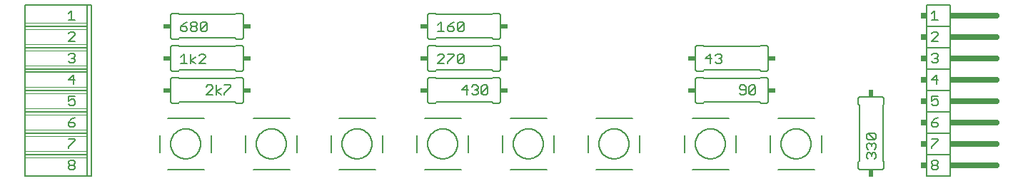
<source format=gbr>
G04 EAGLE Gerber X2 export*
G04 #@! %TF.Part,Single*
G04 #@! %TF.FileFunction,Legend,Top,1*
G04 #@! %TF.FilePolarity,Positive*
G04 #@! %TF.GenerationSoftware,Autodesk,EAGLE,9.0.0*
G04 #@! %TF.CreationDate,2019-08-08T19:12:45Z*
G75*
%MOMM*%
%FSLAX34Y34*%
%LPD*%
%AMOC8*
5,1,8,0,0,1.08239X$1,22.5*%
G01*
%ADD10C,0.152400*%
%ADD11C,0.660400*%
%ADD12C,0.127000*%
%ADD13R,0.762000X0.660400*%
%ADD14R,0.660400X0.660400*%
%ADD15C,0.050800*%
%ADD16C,0.203200*%
%ADD17R,0.863600X0.609600*%
%ADD18R,0.609600X0.863600*%


D10*
X1069340Y38100D02*
X1097280Y38100D01*
X1069340Y38100D02*
X1069340Y63500D01*
X1097280Y63500D02*
X1097280Y38100D01*
X1097280Y88900D02*
X1069340Y88900D01*
X1097280Y88900D02*
X1097280Y114300D01*
X1097280Y63500D02*
X1069340Y63500D01*
X1069340Y88900D01*
X1097280Y88900D02*
X1097280Y63500D01*
D11*
X1104900Y101600D02*
X1151890Y101600D01*
X1151890Y76200D02*
X1104900Y76200D01*
X1104900Y50800D02*
X1151890Y50800D01*
D10*
X1069340Y88900D02*
X1069340Y114300D01*
X1069340Y139700D01*
X1097280Y139700D01*
X1069340Y139700D02*
X1069340Y165100D01*
X1097280Y165100D01*
X1097280Y139700D01*
X1097280Y114300D02*
X1069340Y114300D01*
X1097280Y114300D02*
X1097280Y139700D01*
X1069340Y165100D02*
X1069340Y190500D01*
X1097280Y190500D02*
X1097280Y165100D01*
X1097280Y215900D02*
X1069340Y215900D01*
X1069340Y241300D01*
X1097280Y241300D01*
X1097280Y215900D01*
X1097280Y190500D02*
X1069340Y190500D01*
X1069340Y215900D01*
X1097280Y215900D02*
X1097280Y190500D01*
D11*
X1104900Y228600D02*
X1151890Y228600D01*
X1151890Y203200D02*
X1104900Y203200D01*
X1104900Y177800D02*
X1151890Y177800D01*
X1151890Y152400D02*
X1104900Y152400D01*
X1104900Y127000D02*
X1151890Y127000D01*
D12*
X1075055Y230512D02*
X1078868Y234325D01*
X1078868Y222885D01*
X1075055Y222885D02*
X1082682Y222885D01*
X1082682Y197485D02*
X1075055Y197485D01*
X1082682Y205112D01*
X1082682Y207018D01*
X1080775Y208925D01*
X1076962Y208925D01*
X1075055Y207018D01*
X1076962Y183525D02*
X1075055Y181618D01*
X1076962Y183525D02*
X1080775Y183525D01*
X1082682Y181618D01*
X1082682Y179712D01*
X1080775Y177805D01*
X1078868Y177805D01*
X1080775Y177805D02*
X1082682Y175898D01*
X1082682Y173992D01*
X1080775Y172085D01*
X1076962Y172085D01*
X1075055Y173992D01*
X1080775Y158125D02*
X1080775Y146685D01*
X1075055Y152405D02*
X1080775Y158125D01*
X1082682Y152405D02*
X1075055Y152405D01*
X1075055Y132725D02*
X1082682Y132725D01*
X1075055Y132725D02*
X1075055Y127005D01*
X1078868Y128912D01*
X1080775Y128912D01*
X1082682Y127005D01*
X1082682Y123192D01*
X1080775Y121285D01*
X1076962Y121285D01*
X1075055Y123192D01*
X1082682Y107325D02*
X1078868Y105418D01*
X1075055Y101605D01*
X1075055Y97792D01*
X1076962Y95885D01*
X1080775Y95885D01*
X1082682Y97792D01*
X1082682Y99698D01*
X1080775Y101605D01*
X1075055Y101605D01*
X1075055Y81925D02*
X1082682Y81925D01*
X1082682Y80018D01*
X1075055Y72392D01*
X1075055Y70485D01*
X1076962Y56525D02*
X1075055Y54618D01*
X1076962Y56525D02*
X1080775Y56525D01*
X1082682Y54618D01*
X1082682Y52712D01*
X1080775Y50805D01*
X1082682Y48898D01*
X1082682Y46992D01*
X1080775Y45085D01*
X1076962Y45085D01*
X1075055Y46992D01*
X1075055Y48898D01*
X1076962Y50805D01*
X1075055Y52712D01*
X1075055Y54618D01*
X1076962Y50805D02*
X1080775Y50805D01*
D13*
X1101090Y101600D03*
X1101090Y76200D03*
X1101090Y50800D03*
X1101090Y228600D03*
X1101090Y203200D03*
X1101090Y177800D03*
X1101090Y152400D03*
X1101090Y127000D03*
D14*
X1066038Y50800D03*
X1066038Y76200D03*
X1066038Y101600D03*
X1066038Y127000D03*
X1066038Y152400D03*
X1066038Y177800D03*
X1066038Y203200D03*
X1066038Y228600D03*
D10*
X78740Y38100D02*
X73660Y38100D01*
X0Y38100D01*
X0Y59690D01*
X0Y63500D01*
X0Y67310D01*
X0Y85090D01*
X0Y88900D01*
X0Y92710D01*
X0Y110490D01*
X0Y114300D01*
X0Y118110D01*
X0Y135890D01*
X0Y139700D01*
X0Y143510D01*
X0Y161290D01*
X0Y165100D02*
X73660Y165100D01*
X73660Y59690D02*
X73660Y38100D01*
X73660Y59690D02*
X73660Y63500D01*
X73660Y67310D01*
X73660Y85090D01*
X73660Y88900D01*
X73660Y92710D01*
X73660Y110490D01*
X73660Y114300D01*
X73660Y118110D01*
X73660Y135890D01*
X73660Y139700D01*
X73660Y143510D01*
X73660Y161290D01*
X73660Y165100D01*
X73660Y139700D02*
X0Y139700D01*
X0Y114300D02*
X73660Y114300D01*
X73660Y88900D02*
X0Y88900D01*
X0Y63500D02*
X73660Y63500D01*
D15*
X73660Y59690D02*
X0Y59690D01*
X0Y67310D02*
X73660Y67310D01*
X73660Y85090D02*
X0Y85090D01*
X0Y92710D02*
X73660Y92710D01*
X73660Y110490D02*
X0Y110490D01*
X0Y118110D02*
X73660Y118110D01*
X73660Y135890D02*
X0Y135890D01*
X0Y143510D02*
X73660Y143510D01*
D10*
X73660Y161290D02*
X0Y161290D01*
X0Y165100D01*
X0Y168910D01*
D15*
X73660Y168910D01*
D10*
X78740Y241300D02*
X78740Y38100D01*
X0Y168910D02*
X0Y186690D01*
X0Y190500D02*
X73660Y190500D01*
X73660Y168910D02*
X73660Y165100D01*
X73660Y168910D02*
X73660Y186690D01*
X73660Y190500D01*
D15*
X73660Y186690D02*
X0Y186690D01*
D10*
X0Y190500D01*
X0Y194310D01*
X0Y212090D01*
X0Y215900D01*
X73660Y215900D01*
D15*
X73660Y194310D02*
X0Y194310D01*
D10*
X73660Y194310D02*
X73660Y190500D01*
X73660Y194310D02*
X73660Y212090D01*
X73660Y215900D01*
X0Y215900D02*
X0Y219710D01*
X0Y241300D01*
X73660Y241300D01*
X78740Y241300D01*
X73660Y219710D02*
X73660Y215900D01*
X73660Y219710D02*
X73660Y241300D01*
D15*
X73660Y219710D02*
X0Y219710D01*
X0Y212090D02*
X73660Y212090D01*
D12*
X59062Y197485D02*
X51435Y197485D01*
X59062Y205112D01*
X59062Y207018D01*
X57155Y208925D01*
X53342Y208925D01*
X51435Y207018D01*
X53342Y56525D02*
X51435Y54618D01*
X53342Y56525D02*
X57155Y56525D01*
X59062Y54618D01*
X59062Y52712D01*
X57155Y50805D01*
X59062Y48898D01*
X59062Y46992D01*
X57155Y45085D01*
X53342Y45085D01*
X51435Y46992D01*
X51435Y48898D01*
X53342Y50805D01*
X51435Y52712D01*
X51435Y54618D01*
X53342Y50805D02*
X57155Y50805D01*
X51435Y181618D02*
X53342Y183525D01*
X57155Y183525D01*
X59062Y181618D01*
X59062Y179712D01*
X57155Y177805D01*
X55248Y177805D01*
X57155Y177805D02*
X59062Y175898D01*
X59062Y173992D01*
X57155Y172085D01*
X53342Y172085D01*
X51435Y173992D01*
X57155Y158125D02*
X57155Y146685D01*
X51435Y152405D02*
X57155Y158125D01*
X59062Y152405D02*
X51435Y152405D01*
X51435Y132725D02*
X59062Y132725D01*
X51435Y132725D02*
X51435Y127005D01*
X55248Y128912D01*
X57155Y128912D01*
X59062Y127005D01*
X59062Y123192D01*
X57155Y121285D01*
X53342Y121285D01*
X51435Y123192D01*
X59062Y107325D02*
X55248Y105418D01*
X51435Y101605D01*
X51435Y97792D01*
X53342Y95885D01*
X57155Y95885D01*
X59062Y97792D01*
X59062Y99698D01*
X57155Y101605D01*
X51435Y101605D01*
X51435Y81925D02*
X59062Y81925D01*
X59062Y80018D01*
X51435Y72392D01*
X51435Y70485D01*
X51435Y230512D02*
X55248Y234325D01*
X55248Y222885D01*
X51435Y222885D02*
X59062Y222885D01*
D16*
X168910Y106680D02*
X212090Y106680D01*
X212090Y45720D02*
X168910Y45720D01*
X220980Y66040D02*
X220980Y86180D01*
X160020Y86480D02*
X160020Y66040D01*
X172720Y76200D02*
X172725Y76636D01*
X172741Y77072D01*
X172768Y77508D01*
X172806Y77943D01*
X172854Y78376D01*
X172912Y78809D01*
X172982Y79240D01*
X173062Y79669D01*
X173152Y80096D01*
X173253Y80520D01*
X173364Y80942D01*
X173486Y81361D01*
X173617Y81777D01*
X173759Y82190D01*
X173911Y82599D01*
X174073Y83004D01*
X174245Y83405D01*
X174427Y83802D01*
X174618Y84194D01*
X174819Y84581D01*
X175030Y84964D01*
X175250Y85341D01*
X175479Y85712D01*
X175716Y86078D01*
X175963Y86438D01*
X176219Y86792D01*
X176483Y87139D01*
X176756Y87480D01*
X177037Y87813D01*
X177326Y88140D01*
X177623Y88460D01*
X177928Y88772D01*
X178240Y89077D01*
X178560Y89374D01*
X178887Y89663D01*
X179220Y89944D01*
X179561Y90217D01*
X179908Y90481D01*
X180262Y90737D01*
X180622Y90984D01*
X180988Y91221D01*
X181359Y91450D01*
X181736Y91670D01*
X182119Y91881D01*
X182506Y92082D01*
X182898Y92273D01*
X183295Y92455D01*
X183696Y92627D01*
X184101Y92789D01*
X184510Y92941D01*
X184923Y93083D01*
X185339Y93214D01*
X185758Y93336D01*
X186180Y93447D01*
X186604Y93548D01*
X187031Y93638D01*
X187460Y93718D01*
X187891Y93788D01*
X188324Y93846D01*
X188757Y93894D01*
X189192Y93932D01*
X189628Y93959D01*
X190064Y93975D01*
X190500Y93980D01*
X190936Y93975D01*
X191372Y93959D01*
X191808Y93932D01*
X192243Y93894D01*
X192676Y93846D01*
X193109Y93788D01*
X193540Y93718D01*
X193969Y93638D01*
X194396Y93548D01*
X194820Y93447D01*
X195242Y93336D01*
X195661Y93214D01*
X196077Y93083D01*
X196490Y92941D01*
X196899Y92789D01*
X197304Y92627D01*
X197705Y92455D01*
X198102Y92273D01*
X198494Y92082D01*
X198881Y91881D01*
X199264Y91670D01*
X199641Y91450D01*
X200012Y91221D01*
X200378Y90984D01*
X200738Y90737D01*
X201092Y90481D01*
X201439Y90217D01*
X201780Y89944D01*
X202113Y89663D01*
X202440Y89374D01*
X202760Y89077D01*
X203072Y88772D01*
X203377Y88460D01*
X203674Y88140D01*
X203963Y87813D01*
X204244Y87480D01*
X204517Y87139D01*
X204781Y86792D01*
X205037Y86438D01*
X205284Y86078D01*
X205521Y85712D01*
X205750Y85341D01*
X205970Y84964D01*
X206181Y84581D01*
X206382Y84194D01*
X206573Y83802D01*
X206755Y83405D01*
X206927Y83004D01*
X207089Y82599D01*
X207241Y82190D01*
X207383Y81777D01*
X207514Y81361D01*
X207636Y80942D01*
X207747Y80520D01*
X207848Y80096D01*
X207938Y79669D01*
X208018Y79240D01*
X208088Y78809D01*
X208146Y78376D01*
X208194Y77943D01*
X208232Y77508D01*
X208259Y77072D01*
X208275Y76636D01*
X208280Y76200D01*
X208275Y75764D01*
X208259Y75328D01*
X208232Y74892D01*
X208194Y74457D01*
X208146Y74024D01*
X208088Y73591D01*
X208018Y73160D01*
X207938Y72731D01*
X207848Y72304D01*
X207747Y71880D01*
X207636Y71458D01*
X207514Y71039D01*
X207383Y70623D01*
X207241Y70210D01*
X207089Y69801D01*
X206927Y69396D01*
X206755Y68995D01*
X206573Y68598D01*
X206382Y68206D01*
X206181Y67819D01*
X205970Y67436D01*
X205750Y67059D01*
X205521Y66688D01*
X205284Y66322D01*
X205037Y65962D01*
X204781Y65608D01*
X204517Y65261D01*
X204244Y64920D01*
X203963Y64587D01*
X203674Y64260D01*
X203377Y63940D01*
X203072Y63628D01*
X202760Y63323D01*
X202440Y63026D01*
X202113Y62737D01*
X201780Y62456D01*
X201439Y62183D01*
X201092Y61919D01*
X200738Y61663D01*
X200378Y61416D01*
X200012Y61179D01*
X199641Y60950D01*
X199264Y60730D01*
X198881Y60519D01*
X198494Y60318D01*
X198102Y60127D01*
X197705Y59945D01*
X197304Y59773D01*
X196899Y59611D01*
X196490Y59459D01*
X196077Y59317D01*
X195661Y59186D01*
X195242Y59064D01*
X194820Y58953D01*
X194396Y58852D01*
X193969Y58762D01*
X193540Y58682D01*
X193109Y58612D01*
X192676Y58554D01*
X192243Y58506D01*
X191808Y58468D01*
X191372Y58441D01*
X190936Y58425D01*
X190500Y58420D01*
X190064Y58425D01*
X189628Y58441D01*
X189192Y58468D01*
X188757Y58506D01*
X188324Y58554D01*
X187891Y58612D01*
X187460Y58682D01*
X187031Y58762D01*
X186604Y58852D01*
X186180Y58953D01*
X185758Y59064D01*
X185339Y59186D01*
X184923Y59317D01*
X184510Y59459D01*
X184101Y59611D01*
X183696Y59773D01*
X183295Y59945D01*
X182898Y60127D01*
X182506Y60318D01*
X182119Y60519D01*
X181736Y60730D01*
X181359Y60950D01*
X180988Y61179D01*
X180622Y61416D01*
X180262Y61663D01*
X179908Y61919D01*
X179561Y62183D01*
X179220Y62456D01*
X178887Y62737D01*
X178560Y63026D01*
X178240Y63323D01*
X177928Y63628D01*
X177623Y63940D01*
X177326Y64260D01*
X177037Y64587D01*
X176756Y64920D01*
X176483Y65261D01*
X176219Y65608D01*
X175963Y65962D01*
X175716Y66322D01*
X175479Y66688D01*
X175250Y67059D01*
X175030Y67436D01*
X174819Y67819D01*
X174618Y68206D01*
X174427Y68598D01*
X174245Y68995D01*
X174073Y69396D01*
X173911Y69801D01*
X173759Y70210D01*
X173617Y70623D01*
X173486Y71039D01*
X173364Y71458D01*
X173253Y71880D01*
X173152Y72304D01*
X173062Y72731D01*
X172982Y73160D01*
X172912Y73591D01*
X172854Y74024D01*
X172806Y74457D01*
X172768Y74892D01*
X172741Y75328D01*
X172725Y75764D01*
X172720Y76200D01*
X270510Y106680D02*
X313690Y106680D01*
X313690Y45720D02*
X270510Y45720D01*
X322580Y66040D02*
X322580Y86180D01*
X261620Y86480D02*
X261620Y66040D01*
X274320Y76200D02*
X274325Y76636D01*
X274341Y77072D01*
X274368Y77508D01*
X274406Y77943D01*
X274454Y78376D01*
X274512Y78809D01*
X274582Y79240D01*
X274662Y79669D01*
X274752Y80096D01*
X274853Y80520D01*
X274964Y80942D01*
X275086Y81361D01*
X275217Y81777D01*
X275359Y82190D01*
X275511Y82599D01*
X275673Y83004D01*
X275845Y83405D01*
X276027Y83802D01*
X276218Y84194D01*
X276419Y84581D01*
X276630Y84964D01*
X276850Y85341D01*
X277079Y85712D01*
X277316Y86078D01*
X277563Y86438D01*
X277819Y86792D01*
X278083Y87139D01*
X278356Y87480D01*
X278637Y87813D01*
X278926Y88140D01*
X279223Y88460D01*
X279528Y88772D01*
X279840Y89077D01*
X280160Y89374D01*
X280487Y89663D01*
X280820Y89944D01*
X281161Y90217D01*
X281508Y90481D01*
X281862Y90737D01*
X282222Y90984D01*
X282588Y91221D01*
X282959Y91450D01*
X283336Y91670D01*
X283719Y91881D01*
X284106Y92082D01*
X284498Y92273D01*
X284895Y92455D01*
X285296Y92627D01*
X285701Y92789D01*
X286110Y92941D01*
X286523Y93083D01*
X286939Y93214D01*
X287358Y93336D01*
X287780Y93447D01*
X288204Y93548D01*
X288631Y93638D01*
X289060Y93718D01*
X289491Y93788D01*
X289924Y93846D01*
X290357Y93894D01*
X290792Y93932D01*
X291228Y93959D01*
X291664Y93975D01*
X292100Y93980D01*
X292536Y93975D01*
X292972Y93959D01*
X293408Y93932D01*
X293843Y93894D01*
X294276Y93846D01*
X294709Y93788D01*
X295140Y93718D01*
X295569Y93638D01*
X295996Y93548D01*
X296420Y93447D01*
X296842Y93336D01*
X297261Y93214D01*
X297677Y93083D01*
X298090Y92941D01*
X298499Y92789D01*
X298904Y92627D01*
X299305Y92455D01*
X299702Y92273D01*
X300094Y92082D01*
X300481Y91881D01*
X300864Y91670D01*
X301241Y91450D01*
X301612Y91221D01*
X301978Y90984D01*
X302338Y90737D01*
X302692Y90481D01*
X303039Y90217D01*
X303380Y89944D01*
X303713Y89663D01*
X304040Y89374D01*
X304360Y89077D01*
X304672Y88772D01*
X304977Y88460D01*
X305274Y88140D01*
X305563Y87813D01*
X305844Y87480D01*
X306117Y87139D01*
X306381Y86792D01*
X306637Y86438D01*
X306884Y86078D01*
X307121Y85712D01*
X307350Y85341D01*
X307570Y84964D01*
X307781Y84581D01*
X307982Y84194D01*
X308173Y83802D01*
X308355Y83405D01*
X308527Y83004D01*
X308689Y82599D01*
X308841Y82190D01*
X308983Y81777D01*
X309114Y81361D01*
X309236Y80942D01*
X309347Y80520D01*
X309448Y80096D01*
X309538Y79669D01*
X309618Y79240D01*
X309688Y78809D01*
X309746Y78376D01*
X309794Y77943D01*
X309832Y77508D01*
X309859Y77072D01*
X309875Y76636D01*
X309880Y76200D01*
X309875Y75764D01*
X309859Y75328D01*
X309832Y74892D01*
X309794Y74457D01*
X309746Y74024D01*
X309688Y73591D01*
X309618Y73160D01*
X309538Y72731D01*
X309448Y72304D01*
X309347Y71880D01*
X309236Y71458D01*
X309114Y71039D01*
X308983Y70623D01*
X308841Y70210D01*
X308689Y69801D01*
X308527Y69396D01*
X308355Y68995D01*
X308173Y68598D01*
X307982Y68206D01*
X307781Y67819D01*
X307570Y67436D01*
X307350Y67059D01*
X307121Y66688D01*
X306884Y66322D01*
X306637Y65962D01*
X306381Y65608D01*
X306117Y65261D01*
X305844Y64920D01*
X305563Y64587D01*
X305274Y64260D01*
X304977Y63940D01*
X304672Y63628D01*
X304360Y63323D01*
X304040Y63026D01*
X303713Y62737D01*
X303380Y62456D01*
X303039Y62183D01*
X302692Y61919D01*
X302338Y61663D01*
X301978Y61416D01*
X301612Y61179D01*
X301241Y60950D01*
X300864Y60730D01*
X300481Y60519D01*
X300094Y60318D01*
X299702Y60127D01*
X299305Y59945D01*
X298904Y59773D01*
X298499Y59611D01*
X298090Y59459D01*
X297677Y59317D01*
X297261Y59186D01*
X296842Y59064D01*
X296420Y58953D01*
X295996Y58852D01*
X295569Y58762D01*
X295140Y58682D01*
X294709Y58612D01*
X294276Y58554D01*
X293843Y58506D01*
X293408Y58468D01*
X292972Y58441D01*
X292536Y58425D01*
X292100Y58420D01*
X291664Y58425D01*
X291228Y58441D01*
X290792Y58468D01*
X290357Y58506D01*
X289924Y58554D01*
X289491Y58612D01*
X289060Y58682D01*
X288631Y58762D01*
X288204Y58852D01*
X287780Y58953D01*
X287358Y59064D01*
X286939Y59186D01*
X286523Y59317D01*
X286110Y59459D01*
X285701Y59611D01*
X285296Y59773D01*
X284895Y59945D01*
X284498Y60127D01*
X284106Y60318D01*
X283719Y60519D01*
X283336Y60730D01*
X282959Y60950D01*
X282588Y61179D01*
X282222Y61416D01*
X281862Y61663D01*
X281508Y61919D01*
X281161Y62183D01*
X280820Y62456D01*
X280487Y62737D01*
X280160Y63026D01*
X279840Y63323D01*
X279528Y63628D01*
X279223Y63940D01*
X278926Y64260D01*
X278637Y64587D01*
X278356Y64920D01*
X278083Y65261D01*
X277819Y65608D01*
X277563Y65962D01*
X277316Y66322D01*
X277079Y66688D01*
X276850Y67059D01*
X276630Y67436D01*
X276419Y67819D01*
X276218Y68206D01*
X276027Y68598D01*
X275845Y68995D01*
X275673Y69396D01*
X275511Y69801D01*
X275359Y70210D01*
X275217Y70623D01*
X275086Y71039D01*
X274964Y71458D01*
X274853Y71880D01*
X274752Y72304D01*
X274662Y72731D01*
X274582Y73160D01*
X274512Y73591D01*
X274454Y74024D01*
X274406Y74457D01*
X274368Y74892D01*
X274341Y75328D01*
X274325Y75764D01*
X274320Y76200D01*
X372110Y106680D02*
X415290Y106680D01*
X415290Y45720D02*
X372110Y45720D01*
X424180Y66040D02*
X424180Y86180D01*
X363220Y86480D02*
X363220Y66040D01*
X375920Y76200D02*
X375925Y76636D01*
X375941Y77072D01*
X375968Y77508D01*
X376006Y77943D01*
X376054Y78376D01*
X376112Y78809D01*
X376182Y79240D01*
X376262Y79669D01*
X376352Y80096D01*
X376453Y80520D01*
X376564Y80942D01*
X376686Y81361D01*
X376817Y81777D01*
X376959Y82190D01*
X377111Y82599D01*
X377273Y83004D01*
X377445Y83405D01*
X377627Y83802D01*
X377818Y84194D01*
X378019Y84581D01*
X378230Y84964D01*
X378450Y85341D01*
X378679Y85712D01*
X378916Y86078D01*
X379163Y86438D01*
X379419Y86792D01*
X379683Y87139D01*
X379956Y87480D01*
X380237Y87813D01*
X380526Y88140D01*
X380823Y88460D01*
X381128Y88772D01*
X381440Y89077D01*
X381760Y89374D01*
X382087Y89663D01*
X382420Y89944D01*
X382761Y90217D01*
X383108Y90481D01*
X383462Y90737D01*
X383822Y90984D01*
X384188Y91221D01*
X384559Y91450D01*
X384936Y91670D01*
X385319Y91881D01*
X385706Y92082D01*
X386098Y92273D01*
X386495Y92455D01*
X386896Y92627D01*
X387301Y92789D01*
X387710Y92941D01*
X388123Y93083D01*
X388539Y93214D01*
X388958Y93336D01*
X389380Y93447D01*
X389804Y93548D01*
X390231Y93638D01*
X390660Y93718D01*
X391091Y93788D01*
X391524Y93846D01*
X391957Y93894D01*
X392392Y93932D01*
X392828Y93959D01*
X393264Y93975D01*
X393700Y93980D01*
X394136Y93975D01*
X394572Y93959D01*
X395008Y93932D01*
X395443Y93894D01*
X395876Y93846D01*
X396309Y93788D01*
X396740Y93718D01*
X397169Y93638D01*
X397596Y93548D01*
X398020Y93447D01*
X398442Y93336D01*
X398861Y93214D01*
X399277Y93083D01*
X399690Y92941D01*
X400099Y92789D01*
X400504Y92627D01*
X400905Y92455D01*
X401302Y92273D01*
X401694Y92082D01*
X402081Y91881D01*
X402464Y91670D01*
X402841Y91450D01*
X403212Y91221D01*
X403578Y90984D01*
X403938Y90737D01*
X404292Y90481D01*
X404639Y90217D01*
X404980Y89944D01*
X405313Y89663D01*
X405640Y89374D01*
X405960Y89077D01*
X406272Y88772D01*
X406577Y88460D01*
X406874Y88140D01*
X407163Y87813D01*
X407444Y87480D01*
X407717Y87139D01*
X407981Y86792D01*
X408237Y86438D01*
X408484Y86078D01*
X408721Y85712D01*
X408950Y85341D01*
X409170Y84964D01*
X409381Y84581D01*
X409582Y84194D01*
X409773Y83802D01*
X409955Y83405D01*
X410127Y83004D01*
X410289Y82599D01*
X410441Y82190D01*
X410583Y81777D01*
X410714Y81361D01*
X410836Y80942D01*
X410947Y80520D01*
X411048Y80096D01*
X411138Y79669D01*
X411218Y79240D01*
X411288Y78809D01*
X411346Y78376D01*
X411394Y77943D01*
X411432Y77508D01*
X411459Y77072D01*
X411475Y76636D01*
X411480Y76200D01*
X411475Y75764D01*
X411459Y75328D01*
X411432Y74892D01*
X411394Y74457D01*
X411346Y74024D01*
X411288Y73591D01*
X411218Y73160D01*
X411138Y72731D01*
X411048Y72304D01*
X410947Y71880D01*
X410836Y71458D01*
X410714Y71039D01*
X410583Y70623D01*
X410441Y70210D01*
X410289Y69801D01*
X410127Y69396D01*
X409955Y68995D01*
X409773Y68598D01*
X409582Y68206D01*
X409381Y67819D01*
X409170Y67436D01*
X408950Y67059D01*
X408721Y66688D01*
X408484Y66322D01*
X408237Y65962D01*
X407981Y65608D01*
X407717Y65261D01*
X407444Y64920D01*
X407163Y64587D01*
X406874Y64260D01*
X406577Y63940D01*
X406272Y63628D01*
X405960Y63323D01*
X405640Y63026D01*
X405313Y62737D01*
X404980Y62456D01*
X404639Y62183D01*
X404292Y61919D01*
X403938Y61663D01*
X403578Y61416D01*
X403212Y61179D01*
X402841Y60950D01*
X402464Y60730D01*
X402081Y60519D01*
X401694Y60318D01*
X401302Y60127D01*
X400905Y59945D01*
X400504Y59773D01*
X400099Y59611D01*
X399690Y59459D01*
X399277Y59317D01*
X398861Y59186D01*
X398442Y59064D01*
X398020Y58953D01*
X397596Y58852D01*
X397169Y58762D01*
X396740Y58682D01*
X396309Y58612D01*
X395876Y58554D01*
X395443Y58506D01*
X395008Y58468D01*
X394572Y58441D01*
X394136Y58425D01*
X393700Y58420D01*
X393264Y58425D01*
X392828Y58441D01*
X392392Y58468D01*
X391957Y58506D01*
X391524Y58554D01*
X391091Y58612D01*
X390660Y58682D01*
X390231Y58762D01*
X389804Y58852D01*
X389380Y58953D01*
X388958Y59064D01*
X388539Y59186D01*
X388123Y59317D01*
X387710Y59459D01*
X387301Y59611D01*
X386896Y59773D01*
X386495Y59945D01*
X386098Y60127D01*
X385706Y60318D01*
X385319Y60519D01*
X384936Y60730D01*
X384559Y60950D01*
X384188Y61179D01*
X383822Y61416D01*
X383462Y61663D01*
X383108Y61919D01*
X382761Y62183D01*
X382420Y62456D01*
X382087Y62737D01*
X381760Y63026D01*
X381440Y63323D01*
X381128Y63628D01*
X380823Y63940D01*
X380526Y64260D01*
X380237Y64587D01*
X379956Y64920D01*
X379683Y65261D01*
X379419Y65608D01*
X379163Y65962D01*
X378916Y66322D01*
X378679Y66688D01*
X378450Y67059D01*
X378230Y67436D01*
X378019Y67819D01*
X377818Y68206D01*
X377627Y68598D01*
X377445Y68995D01*
X377273Y69396D01*
X377111Y69801D01*
X376959Y70210D01*
X376817Y70623D01*
X376686Y71039D01*
X376564Y71458D01*
X376453Y71880D01*
X376352Y72304D01*
X376262Y72731D01*
X376182Y73160D01*
X376112Y73591D01*
X376054Y74024D01*
X376006Y74457D01*
X375968Y74892D01*
X375941Y75328D01*
X375925Y75764D01*
X375920Y76200D01*
X473710Y106680D02*
X516890Y106680D01*
X516890Y45720D02*
X473710Y45720D01*
X525780Y66040D02*
X525780Y86180D01*
X464820Y86480D02*
X464820Y66040D01*
X477520Y76200D02*
X477525Y76636D01*
X477541Y77072D01*
X477568Y77508D01*
X477606Y77943D01*
X477654Y78376D01*
X477712Y78809D01*
X477782Y79240D01*
X477862Y79669D01*
X477952Y80096D01*
X478053Y80520D01*
X478164Y80942D01*
X478286Y81361D01*
X478417Y81777D01*
X478559Y82190D01*
X478711Y82599D01*
X478873Y83004D01*
X479045Y83405D01*
X479227Y83802D01*
X479418Y84194D01*
X479619Y84581D01*
X479830Y84964D01*
X480050Y85341D01*
X480279Y85712D01*
X480516Y86078D01*
X480763Y86438D01*
X481019Y86792D01*
X481283Y87139D01*
X481556Y87480D01*
X481837Y87813D01*
X482126Y88140D01*
X482423Y88460D01*
X482728Y88772D01*
X483040Y89077D01*
X483360Y89374D01*
X483687Y89663D01*
X484020Y89944D01*
X484361Y90217D01*
X484708Y90481D01*
X485062Y90737D01*
X485422Y90984D01*
X485788Y91221D01*
X486159Y91450D01*
X486536Y91670D01*
X486919Y91881D01*
X487306Y92082D01*
X487698Y92273D01*
X488095Y92455D01*
X488496Y92627D01*
X488901Y92789D01*
X489310Y92941D01*
X489723Y93083D01*
X490139Y93214D01*
X490558Y93336D01*
X490980Y93447D01*
X491404Y93548D01*
X491831Y93638D01*
X492260Y93718D01*
X492691Y93788D01*
X493124Y93846D01*
X493557Y93894D01*
X493992Y93932D01*
X494428Y93959D01*
X494864Y93975D01*
X495300Y93980D01*
X495736Y93975D01*
X496172Y93959D01*
X496608Y93932D01*
X497043Y93894D01*
X497476Y93846D01*
X497909Y93788D01*
X498340Y93718D01*
X498769Y93638D01*
X499196Y93548D01*
X499620Y93447D01*
X500042Y93336D01*
X500461Y93214D01*
X500877Y93083D01*
X501290Y92941D01*
X501699Y92789D01*
X502104Y92627D01*
X502505Y92455D01*
X502902Y92273D01*
X503294Y92082D01*
X503681Y91881D01*
X504064Y91670D01*
X504441Y91450D01*
X504812Y91221D01*
X505178Y90984D01*
X505538Y90737D01*
X505892Y90481D01*
X506239Y90217D01*
X506580Y89944D01*
X506913Y89663D01*
X507240Y89374D01*
X507560Y89077D01*
X507872Y88772D01*
X508177Y88460D01*
X508474Y88140D01*
X508763Y87813D01*
X509044Y87480D01*
X509317Y87139D01*
X509581Y86792D01*
X509837Y86438D01*
X510084Y86078D01*
X510321Y85712D01*
X510550Y85341D01*
X510770Y84964D01*
X510981Y84581D01*
X511182Y84194D01*
X511373Y83802D01*
X511555Y83405D01*
X511727Y83004D01*
X511889Y82599D01*
X512041Y82190D01*
X512183Y81777D01*
X512314Y81361D01*
X512436Y80942D01*
X512547Y80520D01*
X512648Y80096D01*
X512738Y79669D01*
X512818Y79240D01*
X512888Y78809D01*
X512946Y78376D01*
X512994Y77943D01*
X513032Y77508D01*
X513059Y77072D01*
X513075Y76636D01*
X513080Y76200D01*
X513075Y75764D01*
X513059Y75328D01*
X513032Y74892D01*
X512994Y74457D01*
X512946Y74024D01*
X512888Y73591D01*
X512818Y73160D01*
X512738Y72731D01*
X512648Y72304D01*
X512547Y71880D01*
X512436Y71458D01*
X512314Y71039D01*
X512183Y70623D01*
X512041Y70210D01*
X511889Y69801D01*
X511727Y69396D01*
X511555Y68995D01*
X511373Y68598D01*
X511182Y68206D01*
X510981Y67819D01*
X510770Y67436D01*
X510550Y67059D01*
X510321Y66688D01*
X510084Y66322D01*
X509837Y65962D01*
X509581Y65608D01*
X509317Y65261D01*
X509044Y64920D01*
X508763Y64587D01*
X508474Y64260D01*
X508177Y63940D01*
X507872Y63628D01*
X507560Y63323D01*
X507240Y63026D01*
X506913Y62737D01*
X506580Y62456D01*
X506239Y62183D01*
X505892Y61919D01*
X505538Y61663D01*
X505178Y61416D01*
X504812Y61179D01*
X504441Y60950D01*
X504064Y60730D01*
X503681Y60519D01*
X503294Y60318D01*
X502902Y60127D01*
X502505Y59945D01*
X502104Y59773D01*
X501699Y59611D01*
X501290Y59459D01*
X500877Y59317D01*
X500461Y59186D01*
X500042Y59064D01*
X499620Y58953D01*
X499196Y58852D01*
X498769Y58762D01*
X498340Y58682D01*
X497909Y58612D01*
X497476Y58554D01*
X497043Y58506D01*
X496608Y58468D01*
X496172Y58441D01*
X495736Y58425D01*
X495300Y58420D01*
X494864Y58425D01*
X494428Y58441D01*
X493992Y58468D01*
X493557Y58506D01*
X493124Y58554D01*
X492691Y58612D01*
X492260Y58682D01*
X491831Y58762D01*
X491404Y58852D01*
X490980Y58953D01*
X490558Y59064D01*
X490139Y59186D01*
X489723Y59317D01*
X489310Y59459D01*
X488901Y59611D01*
X488496Y59773D01*
X488095Y59945D01*
X487698Y60127D01*
X487306Y60318D01*
X486919Y60519D01*
X486536Y60730D01*
X486159Y60950D01*
X485788Y61179D01*
X485422Y61416D01*
X485062Y61663D01*
X484708Y61919D01*
X484361Y62183D01*
X484020Y62456D01*
X483687Y62737D01*
X483360Y63026D01*
X483040Y63323D01*
X482728Y63628D01*
X482423Y63940D01*
X482126Y64260D01*
X481837Y64587D01*
X481556Y64920D01*
X481283Y65261D01*
X481019Y65608D01*
X480763Y65962D01*
X480516Y66322D01*
X480279Y66688D01*
X480050Y67059D01*
X479830Y67436D01*
X479619Y67819D01*
X479418Y68206D01*
X479227Y68598D01*
X479045Y68995D01*
X478873Y69396D01*
X478711Y69801D01*
X478559Y70210D01*
X478417Y70623D01*
X478286Y71039D01*
X478164Y71458D01*
X478053Y71880D01*
X477952Y72304D01*
X477862Y72731D01*
X477782Y73160D01*
X477712Y73591D01*
X477654Y74024D01*
X477606Y74457D01*
X477568Y74892D01*
X477541Y75328D01*
X477525Y75764D01*
X477520Y76200D01*
X575310Y106680D02*
X618490Y106680D01*
X618490Y45720D02*
X575310Y45720D01*
X627380Y66040D02*
X627380Y86180D01*
X566420Y86480D02*
X566420Y66040D01*
X579120Y76200D02*
X579125Y76636D01*
X579141Y77072D01*
X579168Y77508D01*
X579206Y77943D01*
X579254Y78376D01*
X579312Y78809D01*
X579382Y79240D01*
X579462Y79669D01*
X579552Y80096D01*
X579653Y80520D01*
X579764Y80942D01*
X579886Y81361D01*
X580017Y81777D01*
X580159Y82190D01*
X580311Y82599D01*
X580473Y83004D01*
X580645Y83405D01*
X580827Y83802D01*
X581018Y84194D01*
X581219Y84581D01*
X581430Y84964D01*
X581650Y85341D01*
X581879Y85712D01*
X582116Y86078D01*
X582363Y86438D01*
X582619Y86792D01*
X582883Y87139D01*
X583156Y87480D01*
X583437Y87813D01*
X583726Y88140D01*
X584023Y88460D01*
X584328Y88772D01*
X584640Y89077D01*
X584960Y89374D01*
X585287Y89663D01*
X585620Y89944D01*
X585961Y90217D01*
X586308Y90481D01*
X586662Y90737D01*
X587022Y90984D01*
X587388Y91221D01*
X587759Y91450D01*
X588136Y91670D01*
X588519Y91881D01*
X588906Y92082D01*
X589298Y92273D01*
X589695Y92455D01*
X590096Y92627D01*
X590501Y92789D01*
X590910Y92941D01*
X591323Y93083D01*
X591739Y93214D01*
X592158Y93336D01*
X592580Y93447D01*
X593004Y93548D01*
X593431Y93638D01*
X593860Y93718D01*
X594291Y93788D01*
X594724Y93846D01*
X595157Y93894D01*
X595592Y93932D01*
X596028Y93959D01*
X596464Y93975D01*
X596900Y93980D01*
X597336Y93975D01*
X597772Y93959D01*
X598208Y93932D01*
X598643Y93894D01*
X599076Y93846D01*
X599509Y93788D01*
X599940Y93718D01*
X600369Y93638D01*
X600796Y93548D01*
X601220Y93447D01*
X601642Y93336D01*
X602061Y93214D01*
X602477Y93083D01*
X602890Y92941D01*
X603299Y92789D01*
X603704Y92627D01*
X604105Y92455D01*
X604502Y92273D01*
X604894Y92082D01*
X605281Y91881D01*
X605664Y91670D01*
X606041Y91450D01*
X606412Y91221D01*
X606778Y90984D01*
X607138Y90737D01*
X607492Y90481D01*
X607839Y90217D01*
X608180Y89944D01*
X608513Y89663D01*
X608840Y89374D01*
X609160Y89077D01*
X609472Y88772D01*
X609777Y88460D01*
X610074Y88140D01*
X610363Y87813D01*
X610644Y87480D01*
X610917Y87139D01*
X611181Y86792D01*
X611437Y86438D01*
X611684Y86078D01*
X611921Y85712D01*
X612150Y85341D01*
X612370Y84964D01*
X612581Y84581D01*
X612782Y84194D01*
X612973Y83802D01*
X613155Y83405D01*
X613327Y83004D01*
X613489Y82599D01*
X613641Y82190D01*
X613783Y81777D01*
X613914Y81361D01*
X614036Y80942D01*
X614147Y80520D01*
X614248Y80096D01*
X614338Y79669D01*
X614418Y79240D01*
X614488Y78809D01*
X614546Y78376D01*
X614594Y77943D01*
X614632Y77508D01*
X614659Y77072D01*
X614675Y76636D01*
X614680Y76200D01*
X614675Y75764D01*
X614659Y75328D01*
X614632Y74892D01*
X614594Y74457D01*
X614546Y74024D01*
X614488Y73591D01*
X614418Y73160D01*
X614338Y72731D01*
X614248Y72304D01*
X614147Y71880D01*
X614036Y71458D01*
X613914Y71039D01*
X613783Y70623D01*
X613641Y70210D01*
X613489Y69801D01*
X613327Y69396D01*
X613155Y68995D01*
X612973Y68598D01*
X612782Y68206D01*
X612581Y67819D01*
X612370Y67436D01*
X612150Y67059D01*
X611921Y66688D01*
X611684Y66322D01*
X611437Y65962D01*
X611181Y65608D01*
X610917Y65261D01*
X610644Y64920D01*
X610363Y64587D01*
X610074Y64260D01*
X609777Y63940D01*
X609472Y63628D01*
X609160Y63323D01*
X608840Y63026D01*
X608513Y62737D01*
X608180Y62456D01*
X607839Y62183D01*
X607492Y61919D01*
X607138Y61663D01*
X606778Y61416D01*
X606412Y61179D01*
X606041Y60950D01*
X605664Y60730D01*
X605281Y60519D01*
X604894Y60318D01*
X604502Y60127D01*
X604105Y59945D01*
X603704Y59773D01*
X603299Y59611D01*
X602890Y59459D01*
X602477Y59317D01*
X602061Y59186D01*
X601642Y59064D01*
X601220Y58953D01*
X600796Y58852D01*
X600369Y58762D01*
X599940Y58682D01*
X599509Y58612D01*
X599076Y58554D01*
X598643Y58506D01*
X598208Y58468D01*
X597772Y58441D01*
X597336Y58425D01*
X596900Y58420D01*
X596464Y58425D01*
X596028Y58441D01*
X595592Y58468D01*
X595157Y58506D01*
X594724Y58554D01*
X594291Y58612D01*
X593860Y58682D01*
X593431Y58762D01*
X593004Y58852D01*
X592580Y58953D01*
X592158Y59064D01*
X591739Y59186D01*
X591323Y59317D01*
X590910Y59459D01*
X590501Y59611D01*
X590096Y59773D01*
X589695Y59945D01*
X589298Y60127D01*
X588906Y60318D01*
X588519Y60519D01*
X588136Y60730D01*
X587759Y60950D01*
X587388Y61179D01*
X587022Y61416D01*
X586662Y61663D01*
X586308Y61919D01*
X585961Y62183D01*
X585620Y62456D01*
X585287Y62737D01*
X584960Y63026D01*
X584640Y63323D01*
X584328Y63628D01*
X584023Y63940D01*
X583726Y64260D01*
X583437Y64587D01*
X583156Y64920D01*
X582883Y65261D01*
X582619Y65608D01*
X582363Y65962D01*
X582116Y66322D01*
X581879Y66688D01*
X581650Y67059D01*
X581430Y67436D01*
X581219Y67819D01*
X581018Y68206D01*
X580827Y68598D01*
X580645Y68995D01*
X580473Y69396D01*
X580311Y69801D01*
X580159Y70210D01*
X580017Y70623D01*
X579886Y71039D01*
X579764Y71458D01*
X579653Y71880D01*
X579552Y72304D01*
X579462Y72731D01*
X579382Y73160D01*
X579312Y73591D01*
X579254Y74024D01*
X579206Y74457D01*
X579168Y74892D01*
X579141Y75328D01*
X579125Y75764D01*
X579120Y76200D01*
X676910Y106680D02*
X720090Y106680D01*
X720090Y45720D02*
X676910Y45720D01*
X728980Y66040D02*
X728980Y86180D01*
X668020Y86480D02*
X668020Y66040D01*
X680720Y76200D02*
X680725Y76636D01*
X680741Y77072D01*
X680768Y77508D01*
X680806Y77943D01*
X680854Y78376D01*
X680912Y78809D01*
X680982Y79240D01*
X681062Y79669D01*
X681152Y80096D01*
X681253Y80520D01*
X681364Y80942D01*
X681486Y81361D01*
X681617Y81777D01*
X681759Y82190D01*
X681911Y82599D01*
X682073Y83004D01*
X682245Y83405D01*
X682427Y83802D01*
X682618Y84194D01*
X682819Y84581D01*
X683030Y84964D01*
X683250Y85341D01*
X683479Y85712D01*
X683716Y86078D01*
X683963Y86438D01*
X684219Y86792D01*
X684483Y87139D01*
X684756Y87480D01*
X685037Y87813D01*
X685326Y88140D01*
X685623Y88460D01*
X685928Y88772D01*
X686240Y89077D01*
X686560Y89374D01*
X686887Y89663D01*
X687220Y89944D01*
X687561Y90217D01*
X687908Y90481D01*
X688262Y90737D01*
X688622Y90984D01*
X688988Y91221D01*
X689359Y91450D01*
X689736Y91670D01*
X690119Y91881D01*
X690506Y92082D01*
X690898Y92273D01*
X691295Y92455D01*
X691696Y92627D01*
X692101Y92789D01*
X692510Y92941D01*
X692923Y93083D01*
X693339Y93214D01*
X693758Y93336D01*
X694180Y93447D01*
X694604Y93548D01*
X695031Y93638D01*
X695460Y93718D01*
X695891Y93788D01*
X696324Y93846D01*
X696757Y93894D01*
X697192Y93932D01*
X697628Y93959D01*
X698064Y93975D01*
X698500Y93980D01*
X698936Y93975D01*
X699372Y93959D01*
X699808Y93932D01*
X700243Y93894D01*
X700676Y93846D01*
X701109Y93788D01*
X701540Y93718D01*
X701969Y93638D01*
X702396Y93548D01*
X702820Y93447D01*
X703242Y93336D01*
X703661Y93214D01*
X704077Y93083D01*
X704490Y92941D01*
X704899Y92789D01*
X705304Y92627D01*
X705705Y92455D01*
X706102Y92273D01*
X706494Y92082D01*
X706881Y91881D01*
X707264Y91670D01*
X707641Y91450D01*
X708012Y91221D01*
X708378Y90984D01*
X708738Y90737D01*
X709092Y90481D01*
X709439Y90217D01*
X709780Y89944D01*
X710113Y89663D01*
X710440Y89374D01*
X710760Y89077D01*
X711072Y88772D01*
X711377Y88460D01*
X711674Y88140D01*
X711963Y87813D01*
X712244Y87480D01*
X712517Y87139D01*
X712781Y86792D01*
X713037Y86438D01*
X713284Y86078D01*
X713521Y85712D01*
X713750Y85341D01*
X713970Y84964D01*
X714181Y84581D01*
X714382Y84194D01*
X714573Y83802D01*
X714755Y83405D01*
X714927Y83004D01*
X715089Y82599D01*
X715241Y82190D01*
X715383Y81777D01*
X715514Y81361D01*
X715636Y80942D01*
X715747Y80520D01*
X715848Y80096D01*
X715938Y79669D01*
X716018Y79240D01*
X716088Y78809D01*
X716146Y78376D01*
X716194Y77943D01*
X716232Y77508D01*
X716259Y77072D01*
X716275Y76636D01*
X716280Y76200D01*
X716275Y75764D01*
X716259Y75328D01*
X716232Y74892D01*
X716194Y74457D01*
X716146Y74024D01*
X716088Y73591D01*
X716018Y73160D01*
X715938Y72731D01*
X715848Y72304D01*
X715747Y71880D01*
X715636Y71458D01*
X715514Y71039D01*
X715383Y70623D01*
X715241Y70210D01*
X715089Y69801D01*
X714927Y69396D01*
X714755Y68995D01*
X714573Y68598D01*
X714382Y68206D01*
X714181Y67819D01*
X713970Y67436D01*
X713750Y67059D01*
X713521Y66688D01*
X713284Y66322D01*
X713037Y65962D01*
X712781Y65608D01*
X712517Y65261D01*
X712244Y64920D01*
X711963Y64587D01*
X711674Y64260D01*
X711377Y63940D01*
X711072Y63628D01*
X710760Y63323D01*
X710440Y63026D01*
X710113Y62737D01*
X709780Y62456D01*
X709439Y62183D01*
X709092Y61919D01*
X708738Y61663D01*
X708378Y61416D01*
X708012Y61179D01*
X707641Y60950D01*
X707264Y60730D01*
X706881Y60519D01*
X706494Y60318D01*
X706102Y60127D01*
X705705Y59945D01*
X705304Y59773D01*
X704899Y59611D01*
X704490Y59459D01*
X704077Y59317D01*
X703661Y59186D01*
X703242Y59064D01*
X702820Y58953D01*
X702396Y58852D01*
X701969Y58762D01*
X701540Y58682D01*
X701109Y58612D01*
X700676Y58554D01*
X700243Y58506D01*
X699808Y58468D01*
X699372Y58441D01*
X698936Y58425D01*
X698500Y58420D01*
X698064Y58425D01*
X697628Y58441D01*
X697192Y58468D01*
X696757Y58506D01*
X696324Y58554D01*
X695891Y58612D01*
X695460Y58682D01*
X695031Y58762D01*
X694604Y58852D01*
X694180Y58953D01*
X693758Y59064D01*
X693339Y59186D01*
X692923Y59317D01*
X692510Y59459D01*
X692101Y59611D01*
X691696Y59773D01*
X691295Y59945D01*
X690898Y60127D01*
X690506Y60318D01*
X690119Y60519D01*
X689736Y60730D01*
X689359Y60950D01*
X688988Y61179D01*
X688622Y61416D01*
X688262Y61663D01*
X687908Y61919D01*
X687561Y62183D01*
X687220Y62456D01*
X686887Y62737D01*
X686560Y63026D01*
X686240Y63323D01*
X685928Y63628D01*
X685623Y63940D01*
X685326Y64260D01*
X685037Y64587D01*
X684756Y64920D01*
X684483Y65261D01*
X684219Y65608D01*
X683963Y65962D01*
X683716Y66322D01*
X683479Y66688D01*
X683250Y67059D01*
X683030Y67436D01*
X682819Y67819D01*
X682618Y68206D01*
X682427Y68598D01*
X682245Y68995D01*
X682073Y69396D01*
X681911Y69801D01*
X681759Y70210D01*
X681617Y70623D01*
X681486Y71039D01*
X681364Y71458D01*
X681253Y71880D01*
X681152Y72304D01*
X681062Y72731D01*
X680982Y73160D01*
X680912Y73591D01*
X680854Y74024D01*
X680806Y74457D01*
X680768Y74892D01*
X680741Y75328D01*
X680725Y75764D01*
X680720Y76200D01*
D10*
X259080Y127000D02*
X259078Y126900D01*
X259072Y126801D01*
X259062Y126701D01*
X259049Y126603D01*
X259031Y126504D01*
X259010Y126407D01*
X258985Y126311D01*
X258956Y126215D01*
X258923Y126121D01*
X258887Y126028D01*
X258847Y125937D01*
X258803Y125847D01*
X258756Y125759D01*
X258706Y125673D01*
X258652Y125589D01*
X258595Y125507D01*
X258535Y125428D01*
X258471Y125350D01*
X258405Y125276D01*
X258336Y125204D01*
X258264Y125135D01*
X258190Y125069D01*
X258112Y125005D01*
X258033Y124945D01*
X257951Y124888D01*
X257867Y124834D01*
X257781Y124784D01*
X257693Y124737D01*
X257603Y124693D01*
X257512Y124653D01*
X257419Y124617D01*
X257325Y124584D01*
X257229Y124555D01*
X257133Y124530D01*
X257036Y124509D01*
X256937Y124491D01*
X256839Y124478D01*
X256739Y124468D01*
X256640Y124462D01*
X256540Y124460D01*
X259080Y152400D02*
X259078Y152500D01*
X259072Y152599D01*
X259062Y152699D01*
X259049Y152797D01*
X259031Y152896D01*
X259010Y152993D01*
X258985Y153089D01*
X258956Y153185D01*
X258923Y153279D01*
X258887Y153372D01*
X258847Y153463D01*
X258803Y153553D01*
X258756Y153641D01*
X258706Y153727D01*
X258652Y153811D01*
X258595Y153893D01*
X258535Y153972D01*
X258471Y154050D01*
X258405Y154124D01*
X258336Y154196D01*
X258264Y154265D01*
X258190Y154331D01*
X258112Y154395D01*
X258033Y154455D01*
X257951Y154512D01*
X257867Y154566D01*
X257781Y154616D01*
X257693Y154663D01*
X257603Y154707D01*
X257512Y154747D01*
X257419Y154783D01*
X257325Y154816D01*
X257229Y154845D01*
X257133Y154870D01*
X257036Y154891D01*
X256937Y154909D01*
X256839Y154922D01*
X256739Y154932D01*
X256640Y154938D01*
X256540Y154940D01*
X175260Y154940D02*
X175160Y154938D01*
X175061Y154932D01*
X174961Y154922D01*
X174863Y154909D01*
X174764Y154891D01*
X174667Y154870D01*
X174571Y154845D01*
X174475Y154816D01*
X174381Y154783D01*
X174288Y154747D01*
X174197Y154707D01*
X174107Y154663D01*
X174019Y154616D01*
X173933Y154566D01*
X173849Y154512D01*
X173767Y154455D01*
X173688Y154395D01*
X173610Y154331D01*
X173536Y154265D01*
X173464Y154196D01*
X173395Y154124D01*
X173329Y154050D01*
X173265Y153972D01*
X173205Y153893D01*
X173148Y153811D01*
X173094Y153727D01*
X173044Y153641D01*
X172997Y153553D01*
X172953Y153463D01*
X172913Y153372D01*
X172877Y153279D01*
X172844Y153185D01*
X172815Y153089D01*
X172790Y152993D01*
X172769Y152896D01*
X172751Y152797D01*
X172738Y152699D01*
X172728Y152599D01*
X172722Y152500D01*
X172720Y152400D01*
X172720Y127000D02*
X172722Y126900D01*
X172728Y126801D01*
X172738Y126701D01*
X172751Y126603D01*
X172769Y126504D01*
X172790Y126407D01*
X172815Y126311D01*
X172844Y126215D01*
X172877Y126121D01*
X172913Y126028D01*
X172953Y125937D01*
X172997Y125847D01*
X173044Y125759D01*
X173094Y125673D01*
X173148Y125589D01*
X173205Y125507D01*
X173265Y125428D01*
X173329Y125350D01*
X173395Y125276D01*
X173464Y125204D01*
X173536Y125135D01*
X173610Y125069D01*
X173688Y125005D01*
X173767Y124945D01*
X173849Y124888D01*
X173933Y124834D01*
X174019Y124784D01*
X174107Y124737D01*
X174197Y124693D01*
X174288Y124653D01*
X174381Y124617D01*
X174475Y124584D01*
X174571Y124555D01*
X174667Y124530D01*
X174764Y124509D01*
X174863Y124491D01*
X174961Y124478D01*
X175061Y124468D01*
X175160Y124462D01*
X175260Y124460D01*
X259080Y127000D02*
X259080Y152400D01*
X256540Y124460D02*
X250190Y124460D01*
X248920Y125730D01*
X250190Y154940D02*
X256540Y154940D01*
X250190Y154940D02*
X248920Y153670D01*
X182880Y125730D02*
X181610Y124460D01*
X182880Y125730D02*
X248920Y125730D01*
X182880Y153670D02*
X181610Y154940D01*
X182880Y153670D02*
X248920Y153670D01*
X181610Y124460D02*
X175260Y124460D01*
X175260Y154940D02*
X181610Y154940D01*
X172720Y152400D02*
X172720Y127000D01*
D12*
X215152Y134493D02*
X222779Y134493D01*
X215152Y134493D02*
X222779Y142120D01*
X222779Y144026D01*
X220872Y145933D01*
X217059Y145933D01*
X215152Y144026D01*
X226846Y145933D02*
X226846Y134493D01*
X226846Y138306D02*
X232566Y134493D01*
X226846Y138306D02*
X232566Y142120D01*
X236591Y145933D02*
X244217Y145933D01*
X244217Y144026D01*
X236591Y136400D01*
X236591Y134493D01*
D17*
X168402Y139700D03*
X263398Y139700D03*
D10*
X175260Y193040D02*
X175160Y193038D01*
X175061Y193032D01*
X174961Y193022D01*
X174863Y193009D01*
X174764Y192991D01*
X174667Y192970D01*
X174571Y192945D01*
X174475Y192916D01*
X174381Y192883D01*
X174288Y192847D01*
X174197Y192807D01*
X174107Y192763D01*
X174019Y192716D01*
X173933Y192666D01*
X173849Y192612D01*
X173767Y192555D01*
X173688Y192495D01*
X173610Y192431D01*
X173536Y192365D01*
X173464Y192296D01*
X173395Y192224D01*
X173329Y192150D01*
X173265Y192072D01*
X173205Y191993D01*
X173148Y191911D01*
X173094Y191827D01*
X173044Y191741D01*
X172997Y191653D01*
X172953Y191563D01*
X172913Y191472D01*
X172877Y191379D01*
X172844Y191285D01*
X172815Y191189D01*
X172790Y191093D01*
X172769Y190996D01*
X172751Y190897D01*
X172738Y190799D01*
X172728Y190699D01*
X172722Y190600D01*
X172720Y190500D01*
X172720Y165100D02*
X172722Y165000D01*
X172728Y164901D01*
X172738Y164801D01*
X172751Y164703D01*
X172769Y164604D01*
X172790Y164507D01*
X172815Y164411D01*
X172844Y164315D01*
X172877Y164221D01*
X172913Y164128D01*
X172953Y164037D01*
X172997Y163947D01*
X173044Y163859D01*
X173094Y163773D01*
X173148Y163689D01*
X173205Y163607D01*
X173265Y163528D01*
X173329Y163450D01*
X173395Y163376D01*
X173464Y163304D01*
X173536Y163235D01*
X173610Y163169D01*
X173688Y163105D01*
X173767Y163045D01*
X173849Y162988D01*
X173933Y162934D01*
X174019Y162884D01*
X174107Y162837D01*
X174197Y162793D01*
X174288Y162753D01*
X174381Y162717D01*
X174475Y162684D01*
X174571Y162655D01*
X174667Y162630D01*
X174764Y162609D01*
X174863Y162591D01*
X174961Y162578D01*
X175061Y162568D01*
X175160Y162562D01*
X175260Y162560D01*
X256540Y162560D02*
X256640Y162562D01*
X256739Y162568D01*
X256839Y162578D01*
X256937Y162591D01*
X257036Y162609D01*
X257133Y162630D01*
X257229Y162655D01*
X257325Y162684D01*
X257419Y162717D01*
X257512Y162753D01*
X257603Y162793D01*
X257693Y162837D01*
X257781Y162884D01*
X257867Y162934D01*
X257951Y162988D01*
X258033Y163045D01*
X258112Y163105D01*
X258190Y163169D01*
X258264Y163235D01*
X258336Y163304D01*
X258405Y163376D01*
X258471Y163450D01*
X258535Y163528D01*
X258595Y163607D01*
X258652Y163689D01*
X258706Y163773D01*
X258756Y163859D01*
X258803Y163947D01*
X258847Y164037D01*
X258887Y164128D01*
X258923Y164221D01*
X258956Y164315D01*
X258985Y164411D01*
X259010Y164507D01*
X259031Y164604D01*
X259049Y164703D01*
X259062Y164801D01*
X259072Y164901D01*
X259078Y165000D01*
X259080Y165100D01*
X259080Y190500D02*
X259078Y190600D01*
X259072Y190699D01*
X259062Y190799D01*
X259049Y190897D01*
X259031Y190996D01*
X259010Y191093D01*
X258985Y191189D01*
X258956Y191285D01*
X258923Y191379D01*
X258887Y191472D01*
X258847Y191563D01*
X258803Y191653D01*
X258756Y191741D01*
X258706Y191827D01*
X258652Y191911D01*
X258595Y191993D01*
X258535Y192072D01*
X258471Y192150D01*
X258405Y192224D01*
X258336Y192296D01*
X258264Y192365D01*
X258190Y192431D01*
X258112Y192495D01*
X258033Y192555D01*
X257951Y192612D01*
X257867Y192666D01*
X257781Y192716D01*
X257693Y192763D01*
X257603Y192807D01*
X257512Y192847D01*
X257419Y192883D01*
X257325Y192916D01*
X257229Y192945D01*
X257133Y192970D01*
X257036Y192991D01*
X256937Y193009D01*
X256839Y193022D01*
X256739Y193032D01*
X256640Y193038D01*
X256540Y193040D01*
X172720Y190500D02*
X172720Y165100D01*
X175260Y193040D02*
X181610Y193040D01*
X182880Y191770D01*
X181610Y162560D02*
X175260Y162560D01*
X181610Y162560D02*
X182880Y163830D01*
X248920Y191770D02*
X250190Y193040D01*
X248920Y191770D02*
X182880Y191770D01*
X248920Y163830D02*
X250190Y162560D01*
X248920Y163830D02*
X182880Y163830D01*
X250190Y193040D02*
X256540Y193040D01*
X256540Y162560D02*
X250190Y162560D01*
X259080Y165100D02*
X259080Y190500D01*
D12*
X188598Y183017D02*
X184785Y179204D01*
X188598Y183017D02*
X188598Y171577D01*
X184785Y171577D02*
X192412Y171577D01*
X196479Y171577D02*
X196479Y183017D01*
X196479Y175390D02*
X202199Y171577D01*
X196479Y175390D02*
X202199Y179204D01*
X206224Y171577D02*
X213850Y171577D01*
X206224Y171577D02*
X213850Y179204D01*
X213850Y181110D01*
X211944Y183017D01*
X208131Y183017D01*
X206224Y181110D01*
D17*
X263398Y177800D03*
X168402Y177800D03*
D10*
X172720Y228600D02*
X172722Y228700D01*
X172728Y228799D01*
X172738Y228899D01*
X172751Y228997D01*
X172769Y229096D01*
X172790Y229193D01*
X172815Y229289D01*
X172844Y229385D01*
X172877Y229479D01*
X172913Y229572D01*
X172953Y229663D01*
X172997Y229753D01*
X173044Y229841D01*
X173094Y229927D01*
X173148Y230011D01*
X173205Y230093D01*
X173265Y230172D01*
X173329Y230250D01*
X173395Y230324D01*
X173464Y230396D01*
X173536Y230465D01*
X173610Y230531D01*
X173688Y230595D01*
X173767Y230655D01*
X173849Y230712D01*
X173933Y230766D01*
X174019Y230816D01*
X174107Y230863D01*
X174197Y230907D01*
X174288Y230947D01*
X174381Y230983D01*
X174475Y231016D01*
X174571Y231045D01*
X174667Y231070D01*
X174764Y231091D01*
X174863Y231109D01*
X174961Y231122D01*
X175061Y231132D01*
X175160Y231138D01*
X175260Y231140D01*
X172720Y203200D02*
X172722Y203100D01*
X172728Y203001D01*
X172738Y202901D01*
X172751Y202803D01*
X172769Y202704D01*
X172790Y202607D01*
X172815Y202511D01*
X172844Y202415D01*
X172877Y202321D01*
X172913Y202228D01*
X172953Y202137D01*
X172997Y202047D01*
X173044Y201959D01*
X173094Y201873D01*
X173148Y201789D01*
X173205Y201707D01*
X173265Y201628D01*
X173329Y201550D01*
X173395Y201476D01*
X173464Y201404D01*
X173536Y201335D01*
X173610Y201269D01*
X173688Y201205D01*
X173767Y201145D01*
X173849Y201088D01*
X173933Y201034D01*
X174019Y200984D01*
X174107Y200937D01*
X174197Y200893D01*
X174288Y200853D01*
X174381Y200817D01*
X174475Y200784D01*
X174571Y200755D01*
X174667Y200730D01*
X174764Y200709D01*
X174863Y200691D01*
X174961Y200678D01*
X175061Y200668D01*
X175160Y200662D01*
X175260Y200660D01*
X256540Y200660D02*
X256640Y200662D01*
X256739Y200668D01*
X256839Y200678D01*
X256937Y200691D01*
X257036Y200709D01*
X257133Y200730D01*
X257229Y200755D01*
X257325Y200784D01*
X257419Y200817D01*
X257512Y200853D01*
X257603Y200893D01*
X257693Y200937D01*
X257781Y200984D01*
X257867Y201034D01*
X257951Y201088D01*
X258033Y201145D01*
X258112Y201205D01*
X258190Y201269D01*
X258264Y201335D01*
X258336Y201404D01*
X258405Y201476D01*
X258471Y201550D01*
X258535Y201628D01*
X258595Y201707D01*
X258652Y201789D01*
X258706Y201873D01*
X258756Y201959D01*
X258803Y202047D01*
X258847Y202137D01*
X258887Y202228D01*
X258923Y202321D01*
X258956Y202415D01*
X258985Y202511D01*
X259010Y202607D01*
X259031Y202704D01*
X259049Y202803D01*
X259062Y202901D01*
X259072Y203001D01*
X259078Y203100D01*
X259080Y203200D01*
X259080Y228600D02*
X259078Y228700D01*
X259072Y228799D01*
X259062Y228899D01*
X259049Y228997D01*
X259031Y229096D01*
X259010Y229193D01*
X258985Y229289D01*
X258956Y229385D01*
X258923Y229479D01*
X258887Y229572D01*
X258847Y229663D01*
X258803Y229753D01*
X258756Y229841D01*
X258706Y229927D01*
X258652Y230011D01*
X258595Y230093D01*
X258535Y230172D01*
X258471Y230250D01*
X258405Y230324D01*
X258336Y230396D01*
X258264Y230465D01*
X258190Y230531D01*
X258112Y230595D01*
X258033Y230655D01*
X257951Y230712D01*
X257867Y230766D01*
X257781Y230816D01*
X257693Y230863D01*
X257603Y230907D01*
X257512Y230947D01*
X257419Y230983D01*
X257325Y231016D01*
X257229Y231045D01*
X257133Y231070D01*
X257036Y231091D01*
X256937Y231109D01*
X256839Y231122D01*
X256739Y231132D01*
X256640Y231138D01*
X256540Y231140D01*
X172720Y228600D02*
X172720Y203200D01*
X175260Y231140D02*
X181610Y231140D01*
X182880Y229870D01*
X181610Y200660D02*
X175260Y200660D01*
X181610Y200660D02*
X182880Y201930D01*
X248920Y229870D02*
X250190Y231140D01*
X248920Y229870D02*
X182880Y229870D01*
X248920Y201930D02*
X250190Y200660D01*
X248920Y201930D02*
X182880Y201930D01*
X250190Y231140D02*
X256540Y231140D01*
X256540Y200660D02*
X250190Y200660D01*
X259080Y203200D02*
X259080Y228600D01*
D12*
X192412Y221117D02*
X188598Y219210D01*
X184785Y215397D01*
X184785Y211584D01*
X186692Y209677D01*
X190505Y209677D01*
X192412Y211584D01*
X192412Y213490D01*
X190505Y215397D01*
X184785Y215397D01*
X196479Y219210D02*
X198386Y221117D01*
X202199Y221117D01*
X204105Y219210D01*
X204105Y217304D01*
X202199Y215397D01*
X204105Y213490D01*
X204105Y211584D01*
X202199Y209677D01*
X198386Y209677D01*
X196479Y211584D01*
X196479Y213490D01*
X198386Y215397D01*
X196479Y217304D01*
X196479Y219210D01*
X198386Y215397D02*
X202199Y215397D01*
X208173Y211584D02*
X208173Y219210D01*
X210080Y221117D01*
X213893Y221117D01*
X215799Y219210D01*
X215799Y211584D01*
X213893Y209677D01*
X210080Y209677D01*
X208173Y211584D01*
X215799Y219210D01*
D17*
X263398Y215900D03*
X168402Y215900D03*
D10*
X561340Y124460D02*
X561440Y124462D01*
X561539Y124468D01*
X561639Y124478D01*
X561737Y124491D01*
X561836Y124509D01*
X561933Y124530D01*
X562029Y124555D01*
X562125Y124584D01*
X562219Y124617D01*
X562312Y124653D01*
X562403Y124693D01*
X562493Y124737D01*
X562581Y124784D01*
X562667Y124834D01*
X562751Y124888D01*
X562833Y124945D01*
X562912Y125005D01*
X562990Y125069D01*
X563064Y125135D01*
X563136Y125204D01*
X563205Y125276D01*
X563271Y125350D01*
X563335Y125428D01*
X563395Y125507D01*
X563452Y125589D01*
X563506Y125673D01*
X563556Y125759D01*
X563603Y125847D01*
X563647Y125937D01*
X563687Y126028D01*
X563723Y126121D01*
X563756Y126215D01*
X563785Y126311D01*
X563810Y126407D01*
X563831Y126504D01*
X563849Y126603D01*
X563862Y126701D01*
X563872Y126801D01*
X563878Y126900D01*
X563880Y127000D01*
X563880Y152400D02*
X563878Y152500D01*
X563872Y152599D01*
X563862Y152699D01*
X563849Y152797D01*
X563831Y152896D01*
X563810Y152993D01*
X563785Y153089D01*
X563756Y153185D01*
X563723Y153279D01*
X563687Y153372D01*
X563647Y153463D01*
X563603Y153553D01*
X563556Y153641D01*
X563506Y153727D01*
X563452Y153811D01*
X563395Y153893D01*
X563335Y153972D01*
X563271Y154050D01*
X563205Y154124D01*
X563136Y154196D01*
X563064Y154265D01*
X562990Y154331D01*
X562912Y154395D01*
X562833Y154455D01*
X562751Y154512D01*
X562667Y154566D01*
X562581Y154616D01*
X562493Y154663D01*
X562403Y154707D01*
X562312Y154747D01*
X562219Y154783D01*
X562125Y154816D01*
X562029Y154845D01*
X561933Y154870D01*
X561836Y154891D01*
X561737Y154909D01*
X561639Y154922D01*
X561539Y154932D01*
X561440Y154938D01*
X561340Y154940D01*
X480060Y154940D02*
X479960Y154938D01*
X479861Y154932D01*
X479761Y154922D01*
X479663Y154909D01*
X479564Y154891D01*
X479467Y154870D01*
X479371Y154845D01*
X479275Y154816D01*
X479181Y154783D01*
X479088Y154747D01*
X478997Y154707D01*
X478907Y154663D01*
X478819Y154616D01*
X478733Y154566D01*
X478649Y154512D01*
X478567Y154455D01*
X478488Y154395D01*
X478410Y154331D01*
X478336Y154265D01*
X478264Y154196D01*
X478195Y154124D01*
X478129Y154050D01*
X478065Y153972D01*
X478005Y153893D01*
X477948Y153811D01*
X477894Y153727D01*
X477844Y153641D01*
X477797Y153553D01*
X477753Y153463D01*
X477713Y153372D01*
X477677Y153279D01*
X477644Y153185D01*
X477615Y153089D01*
X477590Y152993D01*
X477569Y152896D01*
X477551Y152797D01*
X477538Y152699D01*
X477528Y152599D01*
X477522Y152500D01*
X477520Y152400D01*
X477520Y127000D02*
X477522Y126900D01*
X477528Y126801D01*
X477538Y126701D01*
X477551Y126603D01*
X477569Y126504D01*
X477590Y126407D01*
X477615Y126311D01*
X477644Y126215D01*
X477677Y126121D01*
X477713Y126028D01*
X477753Y125937D01*
X477797Y125847D01*
X477844Y125759D01*
X477894Y125673D01*
X477948Y125589D01*
X478005Y125507D01*
X478065Y125428D01*
X478129Y125350D01*
X478195Y125276D01*
X478264Y125204D01*
X478336Y125135D01*
X478410Y125069D01*
X478488Y125005D01*
X478567Y124945D01*
X478649Y124888D01*
X478733Y124834D01*
X478819Y124784D01*
X478907Y124737D01*
X478997Y124693D01*
X479088Y124653D01*
X479181Y124617D01*
X479275Y124584D01*
X479371Y124555D01*
X479467Y124530D01*
X479564Y124509D01*
X479663Y124491D01*
X479761Y124478D01*
X479861Y124468D01*
X479960Y124462D01*
X480060Y124460D01*
X563880Y127000D02*
X563880Y152400D01*
X561340Y124460D02*
X554990Y124460D01*
X553720Y125730D01*
X554990Y154940D02*
X561340Y154940D01*
X554990Y154940D02*
X553720Y153670D01*
X487680Y125730D02*
X486410Y124460D01*
X487680Y125730D02*
X553720Y125730D01*
X487680Y153670D02*
X486410Y154940D01*
X487680Y153670D02*
X553720Y153670D01*
X486410Y124460D02*
X480060Y124460D01*
X480060Y154940D02*
X486410Y154940D01*
X477520Y152400D02*
X477520Y127000D01*
D12*
X523723Y134493D02*
X523723Y145933D01*
X518003Y140213D01*
X525630Y140213D01*
X529697Y144026D02*
X531604Y145933D01*
X535417Y145933D01*
X537324Y144026D01*
X537324Y142120D01*
X535417Y140213D01*
X533510Y140213D01*
X535417Y140213D02*
X537324Y138306D01*
X537324Y136400D01*
X535417Y134493D01*
X531604Y134493D01*
X529697Y136400D01*
X541391Y136400D02*
X541391Y144026D01*
X543298Y145933D01*
X547111Y145933D01*
X549017Y144026D01*
X549017Y136400D01*
X547111Y134493D01*
X543298Y134493D01*
X541391Y136400D01*
X549017Y144026D01*
D17*
X473202Y139700D03*
X568198Y139700D03*
D10*
X480060Y193040D02*
X479960Y193038D01*
X479861Y193032D01*
X479761Y193022D01*
X479663Y193009D01*
X479564Y192991D01*
X479467Y192970D01*
X479371Y192945D01*
X479275Y192916D01*
X479181Y192883D01*
X479088Y192847D01*
X478997Y192807D01*
X478907Y192763D01*
X478819Y192716D01*
X478733Y192666D01*
X478649Y192612D01*
X478567Y192555D01*
X478488Y192495D01*
X478410Y192431D01*
X478336Y192365D01*
X478264Y192296D01*
X478195Y192224D01*
X478129Y192150D01*
X478065Y192072D01*
X478005Y191993D01*
X477948Y191911D01*
X477894Y191827D01*
X477844Y191741D01*
X477797Y191653D01*
X477753Y191563D01*
X477713Y191472D01*
X477677Y191379D01*
X477644Y191285D01*
X477615Y191189D01*
X477590Y191093D01*
X477569Y190996D01*
X477551Y190897D01*
X477538Y190799D01*
X477528Y190699D01*
X477522Y190600D01*
X477520Y190500D01*
X477520Y165100D02*
X477522Y165000D01*
X477528Y164901D01*
X477538Y164801D01*
X477551Y164703D01*
X477569Y164604D01*
X477590Y164507D01*
X477615Y164411D01*
X477644Y164315D01*
X477677Y164221D01*
X477713Y164128D01*
X477753Y164037D01*
X477797Y163947D01*
X477844Y163859D01*
X477894Y163773D01*
X477948Y163689D01*
X478005Y163607D01*
X478065Y163528D01*
X478129Y163450D01*
X478195Y163376D01*
X478264Y163304D01*
X478336Y163235D01*
X478410Y163169D01*
X478488Y163105D01*
X478567Y163045D01*
X478649Y162988D01*
X478733Y162934D01*
X478819Y162884D01*
X478907Y162837D01*
X478997Y162793D01*
X479088Y162753D01*
X479181Y162717D01*
X479275Y162684D01*
X479371Y162655D01*
X479467Y162630D01*
X479564Y162609D01*
X479663Y162591D01*
X479761Y162578D01*
X479861Y162568D01*
X479960Y162562D01*
X480060Y162560D01*
X561340Y162560D02*
X561440Y162562D01*
X561539Y162568D01*
X561639Y162578D01*
X561737Y162591D01*
X561836Y162609D01*
X561933Y162630D01*
X562029Y162655D01*
X562125Y162684D01*
X562219Y162717D01*
X562312Y162753D01*
X562403Y162793D01*
X562493Y162837D01*
X562581Y162884D01*
X562667Y162934D01*
X562751Y162988D01*
X562833Y163045D01*
X562912Y163105D01*
X562990Y163169D01*
X563064Y163235D01*
X563136Y163304D01*
X563205Y163376D01*
X563271Y163450D01*
X563335Y163528D01*
X563395Y163607D01*
X563452Y163689D01*
X563506Y163773D01*
X563556Y163859D01*
X563603Y163947D01*
X563647Y164037D01*
X563687Y164128D01*
X563723Y164221D01*
X563756Y164315D01*
X563785Y164411D01*
X563810Y164507D01*
X563831Y164604D01*
X563849Y164703D01*
X563862Y164801D01*
X563872Y164901D01*
X563878Y165000D01*
X563880Y165100D01*
X563880Y190500D02*
X563878Y190600D01*
X563872Y190699D01*
X563862Y190799D01*
X563849Y190897D01*
X563831Y190996D01*
X563810Y191093D01*
X563785Y191189D01*
X563756Y191285D01*
X563723Y191379D01*
X563687Y191472D01*
X563647Y191563D01*
X563603Y191653D01*
X563556Y191741D01*
X563506Y191827D01*
X563452Y191911D01*
X563395Y191993D01*
X563335Y192072D01*
X563271Y192150D01*
X563205Y192224D01*
X563136Y192296D01*
X563064Y192365D01*
X562990Y192431D01*
X562912Y192495D01*
X562833Y192555D01*
X562751Y192612D01*
X562667Y192666D01*
X562581Y192716D01*
X562493Y192763D01*
X562403Y192807D01*
X562312Y192847D01*
X562219Y192883D01*
X562125Y192916D01*
X562029Y192945D01*
X561933Y192970D01*
X561836Y192991D01*
X561737Y193009D01*
X561639Y193022D01*
X561539Y193032D01*
X561440Y193038D01*
X561340Y193040D01*
X477520Y190500D02*
X477520Y165100D01*
X480060Y193040D02*
X486410Y193040D01*
X487680Y191770D01*
X486410Y162560D02*
X480060Y162560D01*
X486410Y162560D02*
X487680Y163830D01*
X553720Y191770D02*
X554990Y193040D01*
X553720Y191770D02*
X487680Y191770D01*
X553720Y163830D02*
X554990Y162560D01*
X553720Y163830D02*
X487680Y163830D01*
X554990Y193040D02*
X561340Y193040D01*
X561340Y162560D02*
X554990Y162560D01*
X563880Y165100D02*
X563880Y190500D01*
D12*
X497212Y171577D02*
X489585Y171577D01*
X497212Y179204D01*
X497212Y181110D01*
X495305Y183017D01*
X491492Y183017D01*
X489585Y181110D01*
X501279Y183017D02*
X508905Y183017D01*
X508905Y181110D01*
X501279Y173484D01*
X501279Y171577D01*
X512973Y173484D02*
X512973Y181110D01*
X514880Y183017D01*
X518693Y183017D01*
X520599Y181110D01*
X520599Y173484D01*
X518693Y171577D01*
X514880Y171577D01*
X512973Y173484D01*
X520599Y181110D01*
D17*
X568198Y177800D03*
X473202Y177800D03*
D10*
X477520Y228600D02*
X477522Y228700D01*
X477528Y228799D01*
X477538Y228899D01*
X477551Y228997D01*
X477569Y229096D01*
X477590Y229193D01*
X477615Y229289D01*
X477644Y229385D01*
X477677Y229479D01*
X477713Y229572D01*
X477753Y229663D01*
X477797Y229753D01*
X477844Y229841D01*
X477894Y229927D01*
X477948Y230011D01*
X478005Y230093D01*
X478065Y230172D01*
X478129Y230250D01*
X478195Y230324D01*
X478264Y230396D01*
X478336Y230465D01*
X478410Y230531D01*
X478488Y230595D01*
X478567Y230655D01*
X478649Y230712D01*
X478733Y230766D01*
X478819Y230816D01*
X478907Y230863D01*
X478997Y230907D01*
X479088Y230947D01*
X479181Y230983D01*
X479275Y231016D01*
X479371Y231045D01*
X479467Y231070D01*
X479564Y231091D01*
X479663Y231109D01*
X479761Y231122D01*
X479861Y231132D01*
X479960Y231138D01*
X480060Y231140D01*
X477520Y203200D02*
X477522Y203100D01*
X477528Y203001D01*
X477538Y202901D01*
X477551Y202803D01*
X477569Y202704D01*
X477590Y202607D01*
X477615Y202511D01*
X477644Y202415D01*
X477677Y202321D01*
X477713Y202228D01*
X477753Y202137D01*
X477797Y202047D01*
X477844Y201959D01*
X477894Y201873D01*
X477948Y201789D01*
X478005Y201707D01*
X478065Y201628D01*
X478129Y201550D01*
X478195Y201476D01*
X478264Y201404D01*
X478336Y201335D01*
X478410Y201269D01*
X478488Y201205D01*
X478567Y201145D01*
X478649Y201088D01*
X478733Y201034D01*
X478819Y200984D01*
X478907Y200937D01*
X478997Y200893D01*
X479088Y200853D01*
X479181Y200817D01*
X479275Y200784D01*
X479371Y200755D01*
X479467Y200730D01*
X479564Y200709D01*
X479663Y200691D01*
X479761Y200678D01*
X479861Y200668D01*
X479960Y200662D01*
X480060Y200660D01*
X561340Y200660D02*
X561440Y200662D01*
X561539Y200668D01*
X561639Y200678D01*
X561737Y200691D01*
X561836Y200709D01*
X561933Y200730D01*
X562029Y200755D01*
X562125Y200784D01*
X562219Y200817D01*
X562312Y200853D01*
X562403Y200893D01*
X562493Y200937D01*
X562581Y200984D01*
X562667Y201034D01*
X562751Y201088D01*
X562833Y201145D01*
X562912Y201205D01*
X562990Y201269D01*
X563064Y201335D01*
X563136Y201404D01*
X563205Y201476D01*
X563271Y201550D01*
X563335Y201628D01*
X563395Y201707D01*
X563452Y201789D01*
X563506Y201873D01*
X563556Y201959D01*
X563603Y202047D01*
X563647Y202137D01*
X563687Y202228D01*
X563723Y202321D01*
X563756Y202415D01*
X563785Y202511D01*
X563810Y202607D01*
X563831Y202704D01*
X563849Y202803D01*
X563862Y202901D01*
X563872Y203001D01*
X563878Y203100D01*
X563880Y203200D01*
X563880Y228600D02*
X563878Y228700D01*
X563872Y228799D01*
X563862Y228899D01*
X563849Y228997D01*
X563831Y229096D01*
X563810Y229193D01*
X563785Y229289D01*
X563756Y229385D01*
X563723Y229479D01*
X563687Y229572D01*
X563647Y229663D01*
X563603Y229753D01*
X563556Y229841D01*
X563506Y229927D01*
X563452Y230011D01*
X563395Y230093D01*
X563335Y230172D01*
X563271Y230250D01*
X563205Y230324D01*
X563136Y230396D01*
X563064Y230465D01*
X562990Y230531D01*
X562912Y230595D01*
X562833Y230655D01*
X562751Y230712D01*
X562667Y230766D01*
X562581Y230816D01*
X562493Y230863D01*
X562403Y230907D01*
X562312Y230947D01*
X562219Y230983D01*
X562125Y231016D01*
X562029Y231045D01*
X561933Y231070D01*
X561836Y231091D01*
X561737Y231109D01*
X561639Y231122D01*
X561539Y231132D01*
X561440Y231138D01*
X561340Y231140D01*
X477520Y228600D02*
X477520Y203200D01*
X480060Y231140D02*
X486410Y231140D01*
X487680Y229870D01*
X486410Y200660D02*
X480060Y200660D01*
X486410Y200660D02*
X487680Y201930D01*
X553720Y229870D02*
X554990Y231140D01*
X553720Y229870D02*
X487680Y229870D01*
X553720Y201930D02*
X554990Y200660D01*
X553720Y201930D02*
X487680Y201930D01*
X554990Y231140D02*
X561340Y231140D01*
X561340Y200660D02*
X554990Y200660D01*
X563880Y203200D02*
X563880Y228600D01*
D12*
X493398Y221117D02*
X489585Y217304D01*
X493398Y221117D02*
X493398Y209677D01*
X489585Y209677D02*
X497212Y209677D01*
X505092Y219210D02*
X508905Y221117D01*
X505092Y219210D02*
X501279Y215397D01*
X501279Y211584D01*
X503186Y209677D01*
X506999Y209677D01*
X508905Y211584D01*
X508905Y213490D01*
X506999Y215397D01*
X501279Y215397D01*
X512973Y211584D02*
X512973Y219210D01*
X514880Y221117D01*
X518693Y221117D01*
X520599Y219210D01*
X520599Y211584D01*
X518693Y209677D01*
X514880Y209677D01*
X512973Y211584D01*
X520599Y219210D01*
D17*
X568198Y215900D03*
X473202Y215900D03*
D16*
X791210Y106680D02*
X834390Y106680D01*
X834390Y45720D02*
X791210Y45720D01*
X843280Y66040D02*
X843280Y86180D01*
X782320Y86480D02*
X782320Y66040D01*
X795020Y76200D02*
X795025Y76636D01*
X795041Y77072D01*
X795068Y77508D01*
X795106Y77943D01*
X795154Y78376D01*
X795212Y78809D01*
X795282Y79240D01*
X795362Y79669D01*
X795452Y80096D01*
X795553Y80520D01*
X795664Y80942D01*
X795786Y81361D01*
X795917Y81777D01*
X796059Y82190D01*
X796211Y82599D01*
X796373Y83004D01*
X796545Y83405D01*
X796727Y83802D01*
X796918Y84194D01*
X797119Y84581D01*
X797330Y84964D01*
X797550Y85341D01*
X797779Y85712D01*
X798016Y86078D01*
X798263Y86438D01*
X798519Y86792D01*
X798783Y87139D01*
X799056Y87480D01*
X799337Y87813D01*
X799626Y88140D01*
X799923Y88460D01*
X800228Y88772D01*
X800540Y89077D01*
X800860Y89374D01*
X801187Y89663D01*
X801520Y89944D01*
X801861Y90217D01*
X802208Y90481D01*
X802562Y90737D01*
X802922Y90984D01*
X803288Y91221D01*
X803659Y91450D01*
X804036Y91670D01*
X804419Y91881D01*
X804806Y92082D01*
X805198Y92273D01*
X805595Y92455D01*
X805996Y92627D01*
X806401Y92789D01*
X806810Y92941D01*
X807223Y93083D01*
X807639Y93214D01*
X808058Y93336D01*
X808480Y93447D01*
X808904Y93548D01*
X809331Y93638D01*
X809760Y93718D01*
X810191Y93788D01*
X810624Y93846D01*
X811057Y93894D01*
X811492Y93932D01*
X811928Y93959D01*
X812364Y93975D01*
X812800Y93980D01*
X813236Y93975D01*
X813672Y93959D01*
X814108Y93932D01*
X814543Y93894D01*
X814976Y93846D01*
X815409Y93788D01*
X815840Y93718D01*
X816269Y93638D01*
X816696Y93548D01*
X817120Y93447D01*
X817542Y93336D01*
X817961Y93214D01*
X818377Y93083D01*
X818790Y92941D01*
X819199Y92789D01*
X819604Y92627D01*
X820005Y92455D01*
X820402Y92273D01*
X820794Y92082D01*
X821181Y91881D01*
X821564Y91670D01*
X821941Y91450D01*
X822312Y91221D01*
X822678Y90984D01*
X823038Y90737D01*
X823392Y90481D01*
X823739Y90217D01*
X824080Y89944D01*
X824413Y89663D01*
X824740Y89374D01*
X825060Y89077D01*
X825372Y88772D01*
X825677Y88460D01*
X825974Y88140D01*
X826263Y87813D01*
X826544Y87480D01*
X826817Y87139D01*
X827081Y86792D01*
X827337Y86438D01*
X827584Y86078D01*
X827821Y85712D01*
X828050Y85341D01*
X828270Y84964D01*
X828481Y84581D01*
X828682Y84194D01*
X828873Y83802D01*
X829055Y83405D01*
X829227Y83004D01*
X829389Y82599D01*
X829541Y82190D01*
X829683Y81777D01*
X829814Y81361D01*
X829936Y80942D01*
X830047Y80520D01*
X830148Y80096D01*
X830238Y79669D01*
X830318Y79240D01*
X830388Y78809D01*
X830446Y78376D01*
X830494Y77943D01*
X830532Y77508D01*
X830559Y77072D01*
X830575Y76636D01*
X830580Y76200D01*
X830575Y75764D01*
X830559Y75328D01*
X830532Y74892D01*
X830494Y74457D01*
X830446Y74024D01*
X830388Y73591D01*
X830318Y73160D01*
X830238Y72731D01*
X830148Y72304D01*
X830047Y71880D01*
X829936Y71458D01*
X829814Y71039D01*
X829683Y70623D01*
X829541Y70210D01*
X829389Y69801D01*
X829227Y69396D01*
X829055Y68995D01*
X828873Y68598D01*
X828682Y68206D01*
X828481Y67819D01*
X828270Y67436D01*
X828050Y67059D01*
X827821Y66688D01*
X827584Y66322D01*
X827337Y65962D01*
X827081Y65608D01*
X826817Y65261D01*
X826544Y64920D01*
X826263Y64587D01*
X825974Y64260D01*
X825677Y63940D01*
X825372Y63628D01*
X825060Y63323D01*
X824740Y63026D01*
X824413Y62737D01*
X824080Y62456D01*
X823739Y62183D01*
X823392Y61919D01*
X823038Y61663D01*
X822678Y61416D01*
X822312Y61179D01*
X821941Y60950D01*
X821564Y60730D01*
X821181Y60519D01*
X820794Y60318D01*
X820402Y60127D01*
X820005Y59945D01*
X819604Y59773D01*
X819199Y59611D01*
X818790Y59459D01*
X818377Y59317D01*
X817961Y59186D01*
X817542Y59064D01*
X817120Y58953D01*
X816696Y58852D01*
X816269Y58762D01*
X815840Y58682D01*
X815409Y58612D01*
X814976Y58554D01*
X814543Y58506D01*
X814108Y58468D01*
X813672Y58441D01*
X813236Y58425D01*
X812800Y58420D01*
X812364Y58425D01*
X811928Y58441D01*
X811492Y58468D01*
X811057Y58506D01*
X810624Y58554D01*
X810191Y58612D01*
X809760Y58682D01*
X809331Y58762D01*
X808904Y58852D01*
X808480Y58953D01*
X808058Y59064D01*
X807639Y59186D01*
X807223Y59317D01*
X806810Y59459D01*
X806401Y59611D01*
X805996Y59773D01*
X805595Y59945D01*
X805198Y60127D01*
X804806Y60318D01*
X804419Y60519D01*
X804036Y60730D01*
X803659Y60950D01*
X803288Y61179D01*
X802922Y61416D01*
X802562Y61663D01*
X802208Y61919D01*
X801861Y62183D01*
X801520Y62456D01*
X801187Y62737D01*
X800860Y63026D01*
X800540Y63323D01*
X800228Y63628D01*
X799923Y63940D01*
X799626Y64260D01*
X799337Y64587D01*
X799056Y64920D01*
X798783Y65261D01*
X798519Y65608D01*
X798263Y65962D01*
X798016Y66322D01*
X797779Y66688D01*
X797550Y67059D01*
X797330Y67436D01*
X797119Y67819D01*
X796918Y68206D01*
X796727Y68598D01*
X796545Y68995D01*
X796373Y69396D01*
X796211Y69801D01*
X796059Y70210D01*
X795917Y70623D01*
X795786Y71039D01*
X795664Y71458D01*
X795553Y71880D01*
X795452Y72304D01*
X795362Y72731D01*
X795282Y73160D01*
X795212Y73591D01*
X795154Y74024D01*
X795106Y74457D01*
X795068Y74892D01*
X795041Y75328D01*
X795025Y75764D01*
X795020Y76200D01*
X892810Y106680D02*
X935990Y106680D01*
X935990Y45720D02*
X892810Y45720D01*
X944880Y66040D02*
X944880Y86180D01*
X883920Y86480D02*
X883920Y66040D01*
X896620Y76200D02*
X896625Y76636D01*
X896641Y77072D01*
X896668Y77508D01*
X896706Y77943D01*
X896754Y78376D01*
X896812Y78809D01*
X896882Y79240D01*
X896962Y79669D01*
X897052Y80096D01*
X897153Y80520D01*
X897264Y80942D01*
X897386Y81361D01*
X897517Y81777D01*
X897659Y82190D01*
X897811Y82599D01*
X897973Y83004D01*
X898145Y83405D01*
X898327Y83802D01*
X898518Y84194D01*
X898719Y84581D01*
X898930Y84964D01*
X899150Y85341D01*
X899379Y85712D01*
X899616Y86078D01*
X899863Y86438D01*
X900119Y86792D01*
X900383Y87139D01*
X900656Y87480D01*
X900937Y87813D01*
X901226Y88140D01*
X901523Y88460D01*
X901828Y88772D01*
X902140Y89077D01*
X902460Y89374D01*
X902787Y89663D01*
X903120Y89944D01*
X903461Y90217D01*
X903808Y90481D01*
X904162Y90737D01*
X904522Y90984D01*
X904888Y91221D01*
X905259Y91450D01*
X905636Y91670D01*
X906019Y91881D01*
X906406Y92082D01*
X906798Y92273D01*
X907195Y92455D01*
X907596Y92627D01*
X908001Y92789D01*
X908410Y92941D01*
X908823Y93083D01*
X909239Y93214D01*
X909658Y93336D01*
X910080Y93447D01*
X910504Y93548D01*
X910931Y93638D01*
X911360Y93718D01*
X911791Y93788D01*
X912224Y93846D01*
X912657Y93894D01*
X913092Y93932D01*
X913528Y93959D01*
X913964Y93975D01*
X914400Y93980D01*
X914836Y93975D01*
X915272Y93959D01*
X915708Y93932D01*
X916143Y93894D01*
X916576Y93846D01*
X917009Y93788D01*
X917440Y93718D01*
X917869Y93638D01*
X918296Y93548D01*
X918720Y93447D01*
X919142Y93336D01*
X919561Y93214D01*
X919977Y93083D01*
X920390Y92941D01*
X920799Y92789D01*
X921204Y92627D01*
X921605Y92455D01*
X922002Y92273D01*
X922394Y92082D01*
X922781Y91881D01*
X923164Y91670D01*
X923541Y91450D01*
X923912Y91221D01*
X924278Y90984D01*
X924638Y90737D01*
X924992Y90481D01*
X925339Y90217D01*
X925680Y89944D01*
X926013Y89663D01*
X926340Y89374D01*
X926660Y89077D01*
X926972Y88772D01*
X927277Y88460D01*
X927574Y88140D01*
X927863Y87813D01*
X928144Y87480D01*
X928417Y87139D01*
X928681Y86792D01*
X928937Y86438D01*
X929184Y86078D01*
X929421Y85712D01*
X929650Y85341D01*
X929870Y84964D01*
X930081Y84581D01*
X930282Y84194D01*
X930473Y83802D01*
X930655Y83405D01*
X930827Y83004D01*
X930989Y82599D01*
X931141Y82190D01*
X931283Y81777D01*
X931414Y81361D01*
X931536Y80942D01*
X931647Y80520D01*
X931748Y80096D01*
X931838Y79669D01*
X931918Y79240D01*
X931988Y78809D01*
X932046Y78376D01*
X932094Y77943D01*
X932132Y77508D01*
X932159Y77072D01*
X932175Y76636D01*
X932180Y76200D01*
X932175Y75764D01*
X932159Y75328D01*
X932132Y74892D01*
X932094Y74457D01*
X932046Y74024D01*
X931988Y73591D01*
X931918Y73160D01*
X931838Y72731D01*
X931748Y72304D01*
X931647Y71880D01*
X931536Y71458D01*
X931414Y71039D01*
X931283Y70623D01*
X931141Y70210D01*
X930989Y69801D01*
X930827Y69396D01*
X930655Y68995D01*
X930473Y68598D01*
X930282Y68206D01*
X930081Y67819D01*
X929870Y67436D01*
X929650Y67059D01*
X929421Y66688D01*
X929184Y66322D01*
X928937Y65962D01*
X928681Y65608D01*
X928417Y65261D01*
X928144Y64920D01*
X927863Y64587D01*
X927574Y64260D01*
X927277Y63940D01*
X926972Y63628D01*
X926660Y63323D01*
X926340Y63026D01*
X926013Y62737D01*
X925680Y62456D01*
X925339Y62183D01*
X924992Y61919D01*
X924638Y61663D01*
X924278Y61416D01*
X923912Y61179D01*
X923541Y60950D01*
X923164Y60730D01*
X922781Y60519D01*
X922394Y60318D01*
X922002Y60127D01*
X921605Y59945D01*
X921204Y59773D01*
X920799Y59611D01*
X920390Y59459D01*
X919977Y59317D01*
X919561Y59186D01*
X919142Y59064D01*
X918720Y58953D01*
X918296Y58852D01*
X917869Y58762D01*
X917440Y58682D01*
X917009Y58612D01*
X916576Y58554D01*
X916143Y58506D01*
X915708Y58468D01*
X915272Y58441D01*
X914836Y58425D01*
X914400Y58420D01*
X913964Y58425D01*
X913528Y58441D01*
X913092Y58468D01*
X912657Y58506D01*
X912224Y58554D01*
X911791Y58612D01*
X911360Y58682D01*
X910931Y58762D01*
X910504Y58852D01*
X910080Y58953D01*
X909658Y59064D01*
X909239Y59186D01*
X908823Y59317D01*
X908410Y59459D01*
X908001Y59611D01*
X907596Y59773D01*
X907195Y59945D01*
X906798Y60127D01*
X906406Y60318D01*
X906019Y60519D01*
X905636Y60730D01*
X905259Y60950D01*
X904888Y61179D01*
X904522Y61416D01*
X904162Y61663D01*
X903808Y61919D01*
X903461Y62183D01*
X903120Y62456D01*
X902787Y62737D01*
X902460Y63026D01*
X902140Y63323D01*
X901828Y63628D01*
X901523Y63940D01*
X901226Y64260D01*
X900937Y64587D01*
X900656Y64920D01*
X900383Y65261D01*
X900119Y65608D01*
X899863Y65962D01*
X899616Y66322D01*
X899379Y66688D01*
X899150Y67059D01*
X898930Y67436D01*
X898719Y67819D01*
X898518Y68206D01*
X898327Y68598D01*
X898145Y68995D01*
X897973Y69396D01*
X897811Y69801D01*
X897659Y70210D01*
X897517Y70623D01*
X897386Y71039D01*
X897264Y71458D01*
X897153Y71880D01*
X897052Y72304D01*
X896962Y72731D01*
X896882Y73160D01*
X896812Y73591D01*
X896754Y74024D01*
X896706Y74457D01*
X896668Y74892D01*
X896641Y75328D01*
X896625Y75764D01*
X896620Y76200D01*
D10*
X878840Y124460D02*
X878940Y124462D01*
X879039Y124468D01*
X879139Y124478D01*
X879237Y124491D01*
X879336Y124509D01*
X879433Y124530D01*
X879529Y124555D01*
X879625Y124584D01*
X879719Y124617D01*
X879812Y124653D01*
X879903Y124693D01*
X879993Y124737D01*
X880081Y124784D01*
X880167Y124834D01*
X880251Y124888D01*
X880333Y124945D01*
X880412Y125005D01*
X880490Y125069D01*
X880564Y125135D01*
X880636Y125204D01*
X880705Y125276D01*
X880771Y125350D01*
X880835Y125428D01*
X880895Y125507D01*
X880952Y125589D01*
X881006Y125673D01*
X881056Y125759D01*
X881103Y125847D01*
X881147Y125937D01*
X881187Y126028D01*
X881223Y126121D01*
X881256Y126215D01*
X881285Y126311D01*
X881310Y126407D01*
X881331Y126504D01*
X881349Y126603D01*
X881362Y126701D01*
X881372Y126801D01*
X881378Y126900D01*
X881380Y127000D01*
X881380Y152400D02*
X881378Y152500D01*
X881372Y152599D01*
X881362Y152699D01*
X881349Y152797D01*
X881331Y152896D01*
X881310Y152993D01*
X881285Y153089D01*
X881256Y153185D01*
X881223Y153279D01*
X881187Y153372D01*
X881147Y153463D01*
X881103Y153553D01*
X881056Y153641D01*
X881006Y153727D01*
X880952Y153811D01*
X880895Y153893D01*
X880835Y153972D01*
X880771Y154050D01*
X880705Y154124D01*
X880636Y154196D01*
X880564Y154265D01*
X880490Y154331D01*
X880412Y154395D01*
X880333Y154455D01*
X880251Y154512D01*
X880167Y154566D01*
X880081Y154616D01*
X879993Y154663D01*
X879903Y154707D01*
X879812Y154747D01*
X879719Y154783D01*
X879625Y154816D01*
X879529Y154845D01*
X879433Y154870D01*
X879336Y154891D01*
X879237Y154909D01*
X879139Y154922D01*
X879039Y154932D01*
X878940Y154938D01*
X878840Y154940D01*
X797560Y154940D02*
X797460Y154938D01*
X797361Y154932D01*
X797261Y154922D01*
X797163Y154909D01*
X797064Y154891D01*
X796967Y154870D01*
X796871Y154845D01*
X796775Y154816D01*
X796681Y154783D01*
X796588Y154747D01*
X796497Y154707D01*
X796407Y154663D01*
X796319Y154616D01*
X796233Y154566D01*
X796149Y154512D01*
X796067Y154455D01*
X795988Y154395D01*
X795910Y154331D01*
X795836Y154265D01*
X795764Y154196D01*
X795695Y154124D01*
X795629Y154050D01*
X795565Y153972D01*
X795505Y153893D01*
X795448Y153811D01*
X795394Y153727D01*
X795344Y153641D01*
X795297Y153553D01*
X795253Y153463D01*
X795213Y153372D01*
X795177Y153279D01*
X795144Y153185D01*
X795115Y153089D01*
X795090Y152993D01*
X795069Y152896D01*
X795051Y152797D01*
X795038Y152699D01*
X795028Y152599D01*
X795022Y152500D01*
X795020Y152400D01*
X795020Y127000D02*
X795022Y126900D01*
X795028Y126801D01*
X795038Y126701D01*
X795051Y126603D01*
X795069Y126504D01*
X795090Y126407D01*
X795115Y126311D01*
X795144Y126215D01*
X795177Y126121D01*
X795213Y126028D01*
X795253Y125937D01*
X795297Y125847D01*
X795344Y125759D01*
X795394Y125673D01*
X795448Y125589D01*
X795505Y125507D01*
X795565Y125428D01*
X795629Y125350D01*
X795695Y125276D01*
X795764Y125204D01*
X795836Y125135D01*
X795910Y125069D01*
X795988Y125005D01*
X796067Y124945D01*
X796149Y124888D01*
X796233Y124834D01*
X796319Y124784D01*
X796407Y124737D01*
X796497Y124693D01*
X796588Y124653D01*
X796681Y124617D01*
X796775Y124584D01*
X796871Y124555D01*
X796967Y124530D01*
X797064Y124509D01*
X797163Y124491D01*
X797261Y124478D01*
X797361Y124468D01*
X797460Y124462D01*
X797560Y124460D01*
X881380Y127000D02*
X881380Y152400D01*
X878840Y124460D02*
X872490Y124460D01*
X871220Y125730D01*
X872490Y154940D02*
X878840Y154940D01*
X872490Y154940D02*
X871220Y153670D01*
X805180Y125730D02*
X803910Y124460D01*
X805180Y125730D02*
X871220Y125730D01*
X805180Y153670D02*
X803910Y154940D01*
X805180Y153670D02*
X871220Y153670D01*
X803910Y124460D02*
X797560Y124460D01*
X797560Y154940D02*
X803910Y154940D01*
X795020Y152400D02*
X795020Y127000D01*
D12*
X847197Y136400D02*
X849104Y134493D01*
X852917Y134493D01*
X854824Y136400D01*
X854824Y144026D01*
X852917Y145933D01*
X849104Y145933D01*
X847197Y144026D01*
X847197Y142120D01*
X849104Y140213D01*
X854824Y140213D01*
X858891Y136400D02*
X858891Y144026D01*
X860798Y145933D01*
X864611Y145933D01*
X866518Y144026D01*
X866518Y136400D01*
X864611Y134493D01*
X860798Y134493D01*
X858891Y136400D01*
X866518Y144026D01*
D17*
X790702Y139700D03*
X885698Y139700D03*
D10*
X797560Y193040D02*
X797460Y193038D01*
X797361Y193032D01*
X797261Y193022D01*
X797163Y193009D01*
X797064Y192991D01*
X796967Y192970D01*
X796871Y192945D01*
X796775Y192916D01*
X796681Y192883D01*
X796588Y192847D01*
X796497Y192807D01*
X796407Y192763D01*
X796319Y192716D01*
X796233Y192666D01*
X796149Y192612D01*
X796067Y192555D01*
X795988Y192495D01*
X795910Y192431D01*
X795836Y192365D01*
X795764Y192296D01*
X795695Y192224D01*
X795629Y192150D01*
X795565Y192072D01*
X795505Y191993D01*
X795448Y191911D01*
X795394Y191827D01*
X795344Y191741D01*
X795297Y191653D01*
X795253Y191563D01*
X795213Y191472D01*
X795177Y191379D01*
X795144Y191285D01*
X795115Y191189D01*
X795090Y191093D01*
X795069Y190996D01*
X795051Y190897D01*
X795038Y190799D01*
X795028Y190699D01*
X795022Y190600D01*
X795020Y190500D01*
X795020Y165100D02*
X795022Y165000D01*
X795028Y164901D01*
X795038Y164801D01*
X795051Y164703D01*
X795069Y164604D01*
X795090Y164507D01*
X795115Y164411D01*
X795144Y164315D01*
X795177Y164221D01*
X795213Y164128D01*
X795253Y164037D01*
X795297Y163947D01*
X795344Y163859D01*
X795394Y163773D01*
X795448Y163689D01*
X795505Y163607D01*
X795565Y163528D01*
X795629Y163450D01*
X795695Y163376D01*
X795764Y163304D01*
X795836Y163235D01*
X795910Y163169D01*
X795988Y163105D01*
X796067Y163045D01*
X796149Y162988D01*
X796233Y162934D01*
X796319Y162884D01*
X796407Y162837D01*
X796497Y162793D01*
X796588Y162753D01*
X796681Y162717D01*
X796775Y162684D01*
X796871Y162655D01*
X796967Y162630D01*
X797064Y162609D01*
X797163Y162591D01*
X797261Y162578D01*
X797361Y162568D01*
X797460Y162562D01*
X797560Y162560D01*
X878840Y162560D02*
X878940Y162562D01*
X879039Y162568D01*
X879139Y162578D01*
X879237Y162591D01*
X879336Y162609D01*
X879433Y162630D01*
X879529Y162655D01*
X879625Y162684D01*
X879719Y162717D01*
X879812Y162753D01*
X879903Y162793D01*
X879993Y162837D01*
X880081Y162884D01*
X880167Y162934D01*
X880251Y162988D01*
X880333Y163045D01*
X880412Y163105D01*
X880490Y163169D01*
X880564Y163235D01*
X880636Y163304D01*
X880705Y163376D01*
X880771Y163450D01*
X880835Y163528D01*
X880895Y163607D01*
X880952Y163689D01*
X881006Y163773D01*
X881056Y163859D01*
X881103Y163947D01*
X881147Y164037D01*
X881187Y164128D01*
X881223Y164221D01*
X881256Y164315D01*
X881285Y164411D01*
X881310Y164507D01*
X881331Y164604D01*
X881349Y164703D01*
X881362Y164801D01*
X881372Y164901D01*
X881378Y165000D01*
X881380Y165100D01*
X881380Y190500D02*
X881378Y190600D01*
X881372Y190699D01*
X881362Y190799D01*
X881349Y190897D01*
X881331Y190996D01*
X881310Y191093D01*
X881285Y191189D01*
X881256Y191285D01*
X881223Y191379D01*
X881187Y191472D01*
X881147Y191563D01*
X881103Y191653D01*
X881056Y191741D01*
X881006Y191827D01*
X880952Y191911D01*
X880895Y191993D01*
X880835Y192072D01*
X880771Y192150D01*
X880705Y192224D01*
X880636Y192296D01*
X880564Y192365D01*
X880490Y192431D01*
X880412Y192495D01*
X880333Y192555D01*
X880251Y192612D01*
X880167Y192666D01*
X880081Y192716D01*
X879993Y192763D01*
X879903Y192807D01*
X879812Y192847D01*
X879719Y192883D01*
X879625Y192916D01*
X879529Y192945D01*
X879433Y192970D01*
X879336Y192991D01*
X879237Y193009D01*
X879139Y193022D01*
X879039Y193032D01*
X878940Y193038D01*
X878840Y193040D01*
X795020Y190500D02*
X795020Y165100D01*
X797560Y193040D02*
X803910Y193040D01*
X805180Y191770D01*
X803910Y162560D02*
X797560Y162560D01*
X803910Y162560D02*
X805180Y163830D01*
X871220Y191770D02*
X872490Y193040D01*
X871220Y191770D02*
X805180Y191770D01*
X871220Y163830D02*
X872490Y162560D01*
X871220Y163830D02*
X805180Y163830D01*
X872490Y193040D02*
X878840Y193040D01*
X878840Y162560D02*
X872490Y162560D01*
X881380Y165100D02*
X881380Y190500D01*
D12*
X812805Y183017D02*
X812805Y171577D01*
X807085Y177297D02*
X812805Y183017D01*
X814712Y177297D02*
X807085Y177297D01*
X818779Y181110D02*
X820686Y183017D01*
X824499Y183017D01*
X826405Y181110D01*
X826405Y179204D01*
X824499Y177297D01*
X822592Y177297D01*
X824499Y177297D02*
X826405Y175390D01*
X826405Y173484D01*
X824499Y171577D01*
X820686Y171577D01*
X818779Y173484D01*
D17*
X885698Y177800D03*
X790702Y177800D03*
D10*
X988060Y48260D02*
X988062Y48160D01*
X988068Y48061D01*
X988078Y47961D01*
X988091Y47863D01*
X988109Y47764D01*
X988130Y47667D01*
X988155Y47571D01*
X988184Y47475D01*
X988217Y47381D01*
X988253Y47288D01*
X988293Y47197D01*
X988337Y47107D01*
X988384Y47019D01*
X988434Y46933D01*
X988488Y46849D01*
X988545Y46767D01*
X988605Y46688D01*
X988669Y46610D01*
X988735Y46536D01*
X988804Y46464D01*
X988876Y46395D01*
X988950Y46329D01*
X989028Y46265D01*
X989107Y46205D01*
X989189Y46148D01*
X989273Y46094D01*
X989359Y46044D01*
X989447Y45997D01*
X989537Y45953D01*
X989628Y45913D01*
X989721Y45877D01*
X989815Y45844D01*
X989911Y45815D01*
X990007Y45790D01*
X990104Y45769D01*
X990203Y45751D01*
X990301Y45738D01*
X990401Y45728D01*
X990500Y45722D01*
X990600Y45720D01*
X1016000Y45720D02*
X1016100Y45722D01*
X1016199Y45728D01*
X1016299Y45738D01*
X1016397Y45751D01*
X1016496Y45769D01*
X1016593Y45790D01*
X1016689Y45815D01*
X1016785Y45844D01*
X1016879Y45877D01*
X1016972Y45913D01*
X1017063Y45953D01*
X1017153Y45997D01*
X1017241Y46044D01*
X1017327Y46094D01*
X1017411Y46148D01*
X1017493Y46205D01*
X1017572Y46265D01*
X1017650Y46329D01*
X1017724Y46395D01*
X1017796Y46464D01*
X1017865Y46536D01*
X1017931Y46610D01*
X1017995Y46688D01*
X1018055Y46767D01*
X1018112Y46849D01*
X1018166Y46933D01*
X1018216Y47019D01*
X1018263Y47107D01*
X1018307Y47197D01*
X1018347Y47288D01*
X1018383Y47381D01*
X1018416Y47475D01*
X1018445Y47571D01*
X1018470Y47667D01*
X1018491Y47764D01*
X1018509Y47863D01*
X1018522Y47961D01*
X1018532Y48061D01*
X1018538Y48160D01*
X1018540Y48260D01*
X1018540Y129540D02*
X1018538Y129640D01*
X1018532Y129739D01*
X1018522Y129839D01*
X1018509Y129937D01*
X1018491Y130036D01*
X1018470Y130133D01*
X1018445Y130229D01*
X1018416Y130325D01*
X1018383Y130419D01*
X1018347Y130512D01*
X1018307Y130603D01*
X1018263Y130693D01*
X1018216Y130781D01*
X1018166Y130867D01*
X1018112Y130951D01*
X1018055Y131033D01*
X1017995Y131112D01*
X1017931Y131190D01*
X1017865Y131264D01*
X1017796Y131336D01*
X1017724Y131405D01*
X1017650Y131471D01*
X1017572Y131535D01*
X1017493Y131595D01*
X1017411Y131652D01*
X1017327Y131706D01*
X1017241Y131756D01*
X1017153Y131803D01*
X1017063Y131847D01*
X1016972Y131887D01*
X1016879Y131923D01*
X1016785Y131956D01*
X1016689Y131985D01*
X1016593Y132010D01*
X1016496Y132031D01*
X1016397Y132049D01*
X1016299Y132062D01*
X1016199Y132072D01*
X1016100Y132078D01*
X1016000Y132080D01*
X990600Y132080D02*
X990500Y132078D01*
X990401Y132072D01*
X990301Y132062D01*
X990203Y132049D01*
X990104Y132031D01*
X990007Y132010D01*
X989911Y131985D01*
X989815Y131956D01*
X989721Y131923D01*
X989628Y131887D01*
X989537Y131847D01*
X989447Y131803D01*
X989359Y131756D01*
X989273Y131706D01*
X989189Y131652D01*
X989107Y131595D01*
X989028Y131535D01*
X988950Y131471D01*
X988876Y131405D01*
X988804Y131336D01*
X988735Y131264D01*
X988669Y131190D01*
X988605Y131112D01*
X988545Y131033D01*
X988488Y130951D01*
X988434Y130867D01*
X988384Y130781D01*
X988337Y130693D01*
X988293Y130603D01*
X988253Y130512D01*
X988217Y130419D01*
X988184Y130325D01*
X988155Y130229D01*
X988130Y130133D01*
X988109Y130036D01*
X988091Y129937D01*
X988078Y129839D01*
X988068Y129739D01*
X988062Y129640D01*
X988060Y129540D01*
X990600Y45720D02*
X1016000Y45720D01*
X988060Y48260D02*
X988060Y54610D01*
X989330Y55880D01*
X1018540Y54610D02*
X1018540Y48260D01*
X1018540Y54610D02*
X1017270Y55880D01*
X989330Y121920D02*
X988060Y123190D01*
X989330Y121920D02*
X989330Y55880D01*
X1017270Y121920D02*
X1018540Y123190D01*
X1017270Y121920D02*
X1017270Y55880D01*
X988060Y123190D02*
X988060Y129540D01*
X1018540Y129540D02*
X1018540Y123190D01*
X1016000Y132080D02*
X990600Y132080D01*
D12*
X998083Y59692D02*
X999990Y57785D01*
X998083Y59692D02*
X998083Y63505D01*
X999990Y65412D01*
X1001897Y65412D01*
X1003803Y63505D01*
X1003803Y61598D01*
X1003803Y63505D02*
X1005710Y65412D01*
X1007616Y65412D01*
X1009523Y63505D01*
X1009523Y59692D01*
X1007616Y57785D01*
X999990Y69479D02*
X998083Y71386D01*
X998083Y75199D01*
X999990Y77105D01*
X1001897Y77105D01*
X1003803Y75199D01*
X1003803Y73292D01*
X1003803Y75199D02*
X1005710Y77105D01*
X1007616Y77105D01*
X1009523Y75199D01*
X1009523Y71386D01*
X1007616Y69479D01*
X1007616Y81173D02*
X999990Y81173D01*
X998083Y83080D01*
X998083Y86893D01*
X999990Y88799D01*
X1007616Y88799D01*
X1009523Y86893D01*
X1009523Y83080D01*
X1007616Y81173D01*
X999990Y88799D01*
D18*
X1003300Y136398D03*
X1003300Y41402D03*
M02*

</source>
